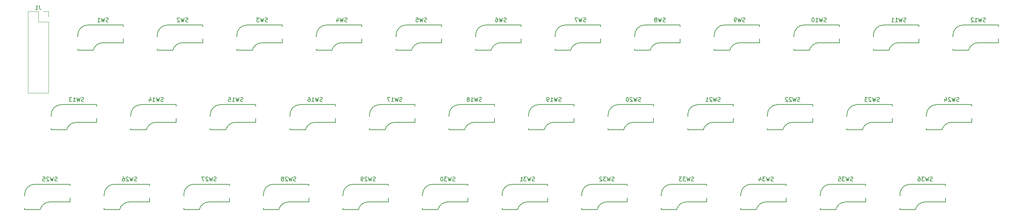
<source format=gbr>
%TF.GenerationSoftware,KiCad,Pcbnew,8.0.6*%
%TF.CreationDate,2026-02-10T22:10:33+01:00*%
%TF.ProjectId,keyboard,6b657962-6f61-4726-942e-6b696361645f,rev?*%
%TF.SameCoordinates,Original*%
%TF.FileFunction,Legend,Bot*%
%TF.FilePolarity,Positive*%
%FSLAX46Y46*%
G04 Gerber Fmt 4.6, Leading zero omitted, Abs format (unit mm)*
G04 Created by KiCad (PCBNEW 8.0.6) date 2026-02-10 22:10:33*
%MOMM*%
%LPD*%
G01*
G04 APERTURE LIST*
%ADD10C,0.150000*%
%ADD11C,0.120000*%
G04 APERTURE END LIST*
D10*
X151833332Y-36652200D02*
X151690475Y-36699819D01*
X151690475Y-36699819D02*
X151452380Y-36699819D01*
X151452380Y-36699819D02*
X151357142Y-36652200D01*
X151357142Y-36652200D02*
X151309523Y-36604580D01*
X151309523Y-36604580D02*
X151261904Y-36509342D01*
X151261904Y-36509342D02*
X151261904Y-36414104D01*
X151261904Y-36414104D02*
X151309523Y-36318866D01*
X151309523Y-36318866D02*
X151357142Y-36271247D01*
X151357142Y-36271247D02*
X151452380Y-36223628D01*
X151452380Y-36223628D02*
X151642856Y-36176009D01*
X151642856Y-36176009D02*
X151738094Y-36128390D01*
X151738094Y-36128390D02*
X151785713Y-36080771D01*
X151785713Y-36080771D02*
X151833332Y-35985533D01*
X151833332Y-35985533D02*
X151833332Y-35890295D01*
X151833332Y-35890295D02*
X151785713Y-35795057D01*
X151785713Y-35795057D02*
X151738094Y-35747438D01*
X151738094Y-35747438D02*
X151642856Y-35699819D01*
X151642856Y-35699819D02*
X151404761Y-35699819D01*
X151404761Y-35699819D02*
X151261904Y-35747438D01*
X150928570Y-35699819D02*
X150690475Y-36699819D01*
X150690475Y-36699819D02*
X150499999Y-35985533D01*
X150499999Y-35985533D02*
X150309523Y-36699819D01*
X150309523Y-36699819D02*
X150071428Y-35699819D01*
X149261904Y-35699819D02*
X149452380Y-35699819D01*
X149452380Y-35699819D02*
X149547618Y-35747438D01*
X149547618Y-35747438D02*
X149595237Y-35795057D01*
X149595237Y-35795057D02*
X149690475Y-35937914D01*
X149690475Y-35937914D02*
X149738094Y-36128390D01*
X149738094Y-36128390D02*
X149738094Y-36509342D01*
X149738094Y-36509342D02*
X149690475Y-36604580D01*
X149690475Y-36604580D02*
X149642856Y-36652200D01*
X149642856Y-36652200D02*
X149547618Y-36699819D01*
X149547618Y-36699819D02*
X149357142Y-36699819D01*
X149357142Y-36699819D02*
X149261904Y-36652200D01*
X149261904Y-36652200D02*
X149214285Y-36604580D01*
X149214285Y-36604580D02*
X149166666Y-36509342D01*
X149166666Y-36509342D02*
X149166666Y-36271247D01*
X149166666Y-36271247D02*
X149214285Y-36176009D01*
X149214285Y-36176009D02*
X149261904Y-36128390D01*
X149261904Y-36128390D02*
X149357142Y-36080771D01*
X149357142Y-36080771D02*
X149547618Y-36080771D01*
X149547618Y-36080771D02*
X149642856Y-36128390D01*
X149642856Y-36128390D02*
X149690475Y-36176009D01*
X149690475Y-36176009D02*
X149738094Y-36271247D01*
X118976190Y-76652200D02*
X118833333Y-76699819D01*
X118833333Y-76699819D02*
X118595238Y-76699819D01*
X118595238Y-76699819D02*
X118500000Y-76652200D01*
X118500000Y-76652200D02*
X118452381Y-76604580D01*
X118452381Y-76604580D02*
X118404762Y-76509342D01*
X118404762Y-76509342D02*
X118404762Y-76414104D01*
X118404762Y-76414104D02*
X118452381Y-76318866D01*
X118452381Y-76318866D02*
X118500000Y-76271247D01*
X118500000Y-76271247D02*
X118595238Y-76223628D01*
X118595238Y-76223628D02*
X118785714Y-76176009D01*
X118785714Y-76176009D02*
X118880952Y-76128390D01*
X118880952Y-76128390D02*
X118928571Y-76080771D01*
X118928571Y-76080771D02*
X118976190Y-75985533D01*
X118976190Y-75985533D02*
X118976190Y-75890295D01*
X118976190Y-75890295D02*
X118928571Y-75795057D01*
X118928571Y-75795057D02*
X118880952Y-75747438D01*
X118880952Y-75747438D02*
X118785714Y-75699819D01*
X118785714Y-75699819D02*
X118547619Y-75699819D01*
X118547619Y-75699819D02*
X118404762Y-75747438D01*
X118071428Y-75699819D02*
X117833333Y-76699819D01*
X117833333Y-76699819D02*
X117642857Y-75985533D01*
X117642857Y-75985533D02*
X117452381Y-76699819D01*
X117452381Y-76699819D02*
X117214286Y-75699819D01*
X116880952Y-75795057D02*
X116833333Y-75747438D01*
X116833333Y-75747438D02*
X116738095Y-75699819D01*
X116738095Y-75699819D02*
X116500000Y-75699819D01*
X116500000Y-75699819D02*
X116404762Y-75747438D01*
X116404762Y-75747438D02*
X116357143Y-75795057D01*
X116357143Y-75795057D02*
X116309524Y-75890295D01*
X116309524Y-75890295D02*
X116309524Y-75985533D01*
X116309524Y-75985533D02*
X116357143Y-76128390D01*
X116357143Y-76128390D02*
X116928571Y-76699819D01*
X116928571Y-76699819D02*
X116309524Y-76699819D01*
X115833333Y-76699819D02*
X115642857Y-76699819D01*
X115642857Y-76699819D02*
X115547619Y-76652200D01*
X115547619Y-76652200D02*
X115500000Y-76604580D01*
X115500000Y-76604580D02*
X115404762Y-76461723D01*
X115404762Y-76461723D02*
X115357143Y-76271247D01*
X115357143Y-76271247D02*
X115357143Y-75890295D01*
X115357143Y-75890295D02*
X115404762Y-75795057D01*
X115404762Y-75795057D02*
X115452381Y-75747438D01*
X115452381Y-75747438D02*
X115547619Y-75699819D01*
X115547619Y-75699819D02*
X115738095Y-75699819D01*
X115738095Y-75699819D02*
X115833333Y-75747438D01*
X115833333Y-75747438D02*
X115880952Y-75795057D01*
X115880952Y-75795057D02*
X115928571Y-75890295D01*
X115928571Y-75890295D02*
X115928571Y-76128390D01*
X115928571Y-76128390D02*
X115880952Y-76223628D01*
X115880952Y-76223628D02*
X115833333Y-76271247D01*
X115833333Y-76271247D02*
X115738095Y-76318866D01*
X115738095Y-76318866D02*
X115547619Y-76318866D01*
X115547619Y-76318866D02*
X115452381Y-76271247D01*
X115452381Y-76271247D02*
X115404762Y-76223628D01*
X115404762Y-76223628D02*
X115357143Y-76128390D01*
X238976190Y-76652200D02*
X238833333Y-76699819D01*
X238833333Y-76699819D02*
X238595238Y-76699819D01*
X238595238Y-76699819D02*
X238500000Y-76652200D01*
X238500000Y-76652200D02*
X238452381Y-76604580D01*
X238452381Y-76604580D02*
X238404762Y-76509342D01*
X238404762Y-76509342D02*
X238404762Y-76414104D01*
X238404762Y-76414104D02*
X238452381Y-76318866D01*
X238452381Y-76318866D02*
X238500000Y-76271247D01*
X238500000Y-76271247D02*
X238595238Y-76223628D01*
X238595238Y-76223628D02*
X238785714Y-76176009D01*
X238785714Y-76176009D02*
X238880952Y-76128390D01*
X238880952Y-76128390D02*
X238928571Y-76080771D01*
X238928571Y-76080771D02*
X238976190Y-75985533D01*
X238976190Y-75985533D02*
X238976190Y-75890295D01*
X238976190Y-75890295D02*
X238928571Y-75795057D01*
X238928571Y-75795057D02*
X238880952Y-75747438D01*
X238880952Y-75747438D02*
X238785714Y-75699819D01*
X238785714Y-75699819D02*
X238547619Y-75699819D01*
X238547619Y-75699819D02*
X238404762Y-75747438D01*
X238071428Y-75699819D02*
X237833333Y-76699819D01*
X237833333Y-76699819D02*
X237642857Y-75985533D01*
X237642857Y-75985533D02*
X237452381Y-76699819D01*
X237452381Y-76699819D02*
X237214286Y-75699819D01*
X236928571Y-75699819D02*
X236309524Y-75699819D01*
X236309524Y-75699819D02*
X236642857Y-76080771D01*
X236642857Y-76080771D02*
X236500000Y-76080771D01*
X236500000Y-76080771D02*
X236404762Y-76128390D01*
X236404762Y-76128390D02*
X236357143Y-76176009D01*
X236357143Y-76176009D02*
X236309524Y-76271247D01*
X236309524Y-76271247D02*
X236309524Y-76509342D01*
X236309524Y-76509342D02*
X236357143Y-76604580D01*
X236357143Y-76604580D02*
X236404762Y-76652200D01*
X236404762Y-76652200D02*
X236500000Y-76699819D01*
X236500000Y-76699819D02*
X236785714Y-76699819D01*
X236785714Y-76699819D02*
X236880952Y-76652200D01*
X236880952Y-76652200D02*
X236928571Y-76604580D01*
X235404762Y-75699819D02*
X235880952Y-75699819D01*
X235880952Y-75699819D02*
X235928571Y-76176009D01*
X235928571Y-76176009D02*
X235880952Y-76128390D01*
X235880952Y-76128390D02*
X235785714Y-76080771D01*
X235785714Y-76080771D02*
X235547619Y-76080771D01*
X235547619Y-76080771D02*
X235452381Y-76128390D01*
X235452381Y-76128390D02*
X235404762Y-76176009D01*
X235404762Y-76176009D02*
X235357143Y-76271247D01*
X235357143Y-76271247D02*
X235357143Y-76509342D01*
X235357143Y-76509342D02*
X235404762Y-76604580D01*
X235404762Y-76604580D02*
X235452381Y-76652200D01*
X235452381Y-76652200D02*
X235547619Y-76699819D01*
X235547619Y-76699819D02*
X235785714Y-76699819D01*
X235785714Y-76699819D02*
X235880952Y-76652200D01*
X235880952Y-76652200D02*
X235928571Y-76604580D01*
X111833332Y-36652200D02*
X111690475Y-36699819D01*
X111690475Y-36699819D02*
X111452380Y-36699819D01*
X111452380Y-36699819D02*
X111357142Y-36652200D01*
X111357142Y-36652200D02*
X111309523Y-36604580D01*
X111309523Y-36604580D02*
X111261904Y-36509342D01*
X111261904Y-36509342D02*
X111261904Y-36414104D01*
X111261904Y-36414104D02*
X111309523Y-36318866D01*
X111309523Y-36318866D02*
X111357142Y-36271247D01*
X111357142Y-36271247D02*
X111452380Y-36223628D01*
X111452380Y-36223628D02*
X111642856Y-36176009D01*
X111642856Y-36176009D02*
X111738094Y-36128390D01*
X111738094Y-36128390D02*
X111785713Y-36080771D01*
X111785713Y-36080771D02*
X111833332Y-35985533D01*
X111833332Y-35985533D02*
X111833332Y-35890295D01*
X111833332Y-35890295D02*
X111785713Y-35795057D01*
X111785713Y-35795057D02*
X111738094Y-35747438D01*
X111738094Y-35747438D02*
X111642856Y-35699819D01*
X111642856Y-35699819D02*
X111404761Y-35699819D01*
X111404761Y-35699819D02*
X111261904Y-35747438D01*
X110928570Y-35699819D02*
X110690475Y-36699819D01*
X110690475Y-36699819D02*
X110499999Y-35985533D01*
X110499999Y-35985533D02*
X110309523Y-36699819D01*
X110309523Y-36699819D02*
X110071428Y-35699819D01*
X109261904Y-36033152D02*
X109261904Y-36699819D01*
X109499999Y-35652200D02*
X109738094Y-36366485D01*
X109738094Y-36366485D02*
X109119047Y-36366485D01*
X45642856Y-56652200D02*
X45499999Y-56699819D01*
X45499999Y-56699819D02*
X45261904Y-56699819D01*
X45261904Y-56699819D02*
X45166666Y-56652200D01*
X45166666Y-56652200D02*
X45119047Y-56604580D01*
X45119047Y-56604580D02*
X45071428Y-56509342D01*
X45071428Y-56509342D02*
X45071428Y-56414104D01*
X45071428Y-56414104D02*
X45119047Y-56318866D01*
X45119047Y-56318866D02*
X45166666Y-56271247D01*
X45166666Y-56271247D02*
X45261904Y-56223628D01*
X45261904Y-56223628D02*
X45452380Y-56176009D01*
X45452380Y-56176009D02*
X45547618Y-56128390D01*
X45547618Y-56128390D02*
X45595237Y-56080771D01*
X45595237Y-56080771D02*
X45642856Y-55985533D01*
X45642856Y-55985533D02*
X45642856Y-55890295D01*
X45642856Y-55890295D02*
X45595237Y-55795057D01*
X45595237Y-55795057D02*
X45547618Y-55747438D01*
X45547618Y-55747438D02*
X45452380Y-55699819D01*
X45452380Y-55699819D02*
X45214285Y-55699819D01*
X45214285Y-55699819D02*
X45071428Y-55747438D01*
X44738094Y-55699819D02*
X44499999Y-56699819D01*
X44499999Y-56699819D02*
X44309523Y-55985533D01*
X44309523Y-55985533D02*
X44119047Y-56699819D01*
X44119047Y-56699819D02*
X43880952Y-55699819D01*
X42976190Y-56699819D02*
X43547618Y-56699819D01*
X43261904Y-56699819D02*
X43261904Y-55699819D01*
X43261904Y-55699819D02*
X43357142Y-55842676D01*
X43357142Y-55842676D02*
X43452380Y-55937914D01*
X43452380Y-55937914D02*
X43547618Y-55985533D01*
X42642856Y-55699819D02*
X42023809Y-55699819D01*
X42023809Y-55699819D02*
X42357142Y-56080771D01*
X42357142Y-56080771D02*
X42214285Y-56080771D01*
X42214285Y-56080771D02*
X42119047Y-56128390D01*
X42119047Y-56128390D02*
X42071428Y-56176009D01*
X42071428Y-56176009D02*
X42023809Y-56271247D01*
X42023809Y-56271247D02*
X42023809Y-56509342D01*
X42023809Y-56509342D02*
X42071428Y-56604580D01*
X42071428Y-56604580D02*
X42119047Y-56652200D01*
X42119047Y-56652200D02*
X42214285Y-56699819D01*
X42214285Y-56699819D02*
X42499999Y-56699819D01*
X42499999Y-56699819D02*
X42595237Y-56652200D01*
X42595237Y-56652200D02*
X42642856Y-56604580D01*
X51833332Y-36652200D02*
X51690475Y-36699819D01*
X51690475Y-36699819D02*
X51452380Y-36699819D01*
X51452380Y-36699819D02*
X51357142Y-36652200D01*
X51357142Y-36652200D02*
X51309523Y-36604580D01*
X51309523Y-36604580D02*
X51261904Y-36509342D01*
X51261904Y-36509342D02*
X51261904Y-36414104D01*
X51261904Y-36414104D02*
X51309523Y-36318866D01*
X51309523Y-36318866D02*
X51357142Y-36271247D01*
X51357142Y-36271247D02*
X51452380Y-36223628D01*
X51452380Y-36223628D02*
X51642856Y-36176009D01*
X51642856Y-36176009D02*
X51738094Y-36128390D01*
X51738094Y-36128390D02*
X51785713Y-36080771D01*
X51785713Y-36080771D02*
X51833332Y-35985533D01*
X51833332Y-35985533D02*
X51833332Y-35890295D01*
X51833332Y-35890295D02*
X51785713Y-35795057D01*
X51785713Y-35795057D02*
X51738094Y-35747438D01*
X51738094Y-35747438D02*
X51642856Y-35699819D01*
X51642856Y-35699819D02*
X51404761Y-35699819D01*
X51404761Y-35699819D02*
X51261904Y-35747438D01*
X50928570Y-35699819D02*
X50690475Y-36699819D01*
X50690475Y-36699819D02*
X50499999Y-35985533D01*
X50499999Y-35985533D02*
X50309523Y-36699819D01*
X50309523Y-36699819D02*
X50071428Y-35699819D01*
X49166666Y-36699819D02*
X49738094Y-36699819D01*
X49452380Y-36699819D02*
X49452380Y-35699819D01*
X49452380Y-35699819D02*
X49547618Y-35842676D01*
X49547618Y-35842676D02*
X49642856Y-35937914D01*
X49642856Y-35937914D02*
X49738094Y-35985533D01*
X185642856Y-56652200D02*
X185499999Y-56699819D01*
X185499999Y-56699819D02*
X185261904Y-56699819D01*
X185261904Y-56699819D02*
X185166666Y-56652200D01*
X185166666Y-56652200D02*
X185119047Y-56604580D01*
X185119047Y-56604580D02*
X185071428Y-56509342D01*
X185071428Y-56509342D02*
X185071428Y-56414104D01*
X185071428Y-56414104D02*
X185119047Y-56318866D01*
X185119047Y-56318866D02*
X185166666Y-56271247D01*
X185166666Y-56271247D02*
X185261904Y-56223628D01*
X185261904Y-56223628D02*
X185452380Y-56176009D01*
X185452380Y-56176009D02*
X185547618Y-56128390D01*
X185547618Y-56128390D02*
X185595237Y-56080771D01*
X185595237Y-56080771D02*
X185642856Y-55985533D01*
X185642856Y-55985533D02*
X185642856Y-55890295D01*
X185642856Y-55890295D02*
X185595237Y-55795057D01*
X185595237Y-55795057D02*
X185547618Y-55747438D01*
X185547618Y-55747438D02*
X185452380Y-55699819D01*
X185452380Y-55699819D02*
X185214285Y-55699819D01*
X185214285Y-55699819D02*
X185071428Y-55747438D01*
X184738094Y-55699819D02*
X184499999Y-56699819D01*
X184499999Y-56699819D02*
X184309523Y-55985533D01*
X184309523Y-55985533D02*
X184119047Y-56699819D01*
X184119047Y-56699819D02*
X183880952Y-55699819D01*
X183547618Y-55795057D02*
X183499999Y-55747438D01*
X183499999Y-55747438D02*
X183404761Y-55699819D01*
X183404761Y-55699819D02*
X183166666Y-55699819D01*
X183166666Y-55699819D02*
X183071428Y-55747438D01*
X183071428Y-55747438D02*
X183023809Y-55795057D01*
X183023809Y-55795057D02*
X182976190Y-55890295D01*
X182976190Y-55890295D02*
X182976190Y-55985533D01*
X182976190Y-55985533D02*
X183023809Y-56128390D01*
X183023809Y-56128390D02*
X183595237Y-56699819D01*
X183595237Y-56699819D02*
X182976190Y-56699819D01*
X182357142Y-55699819D02*
X182261904Y-55699819D01*
X182261904Y-55699819D02*
X182166666Y-55747438D01*
X182166666Y-55747438D02*
X182119047Y-55795057D01*
X182119047Y-55795057D02*
X182071428Y-55890295D01*
X182071428Y-55890295D02*
X182023809Y-56080771D01*
X182023809Y-56080771D02*
X182023809Y-56318866D01*
X182023809Y-56318866D02*
X182071428Y-56509342D01*
X182071428Y-56509342D02*
X182119047Y-56604580D01*
X182119047Y-56604580D02*
X182166666Y-56652200D01*
X182166666Y-56652200D02*
X182261904Y-56699819D01*
X182261904Y-56699819D02*
X182357142Y-56699819D01*
X182357142Y-56699819D02*
X182452380Y-56652200D01*
X182452380Y-56652200D02*
X182499999Y-56604580D01*
X182499999Y-56604580D02*
X182547618Y-56509342D01*
X182547618Y-56509342D02*
X182595237Y-56318866D01*
X182595237Y-56318866D02*
X182595237Y-56080771D01*
X182595237Y-56080771D02*
X182547618Y-55890295D01*
X182547618Y-55890295D02*
X182499999Y-55795057D01*
X182499999Y-55795057D02*
X182452380Y-55747438D01*
X182452380Y-55747438D02*
X182357142Y-55699819D01*
X131833332Y-36652200D02*
X131690475Y-36699819D01*
X131690475Y-36699819D02*
X131452380Y-36699819D01*
X131452380Y-36699819D02*
X131357142Y-36652200D01*
X131357142Y-36652200D02*
X131309523Y-36604580D01*
X131309523Y-36604580D02*
X131261904Y-36509342D01*
X131261904Y-36509342D02*
X131261904Y-36414104D01*
X131261904Y-36414104D02*
X131309523Y-36318866D01*
X131309523Y-36318866D02*
X131357142Y-36271247D01*
X131357142Y-36271247D02*
X131452380Y-36223628D01*
X131452380Y-36223628D02*
X131642856Y-36176009D01*
X131642856Y-36176009D02*
X131738094Y-36128390D01*
X131738094Y-36128390D02*
X131785713Y-36080771D01*
X131785713Y-36080771D02*
X131833332Y-35985533D01*
X131833332Y-35985533D02*
X131833332Y-35890295D01*
X131833332Y-35890295D02*
X131785713Y-35795057D01*
X131785713Y-35795057D02*
X131738094Y-35747438D01*
X131738094Y-35747438D02*
X131642856Y-35699819D01*
X131642856Y-35699819D02*
X131404761Y-35699819D01*
X131404761Y-35699819D02*
X131261904Y-35747438D01*
X130928570Y-35699819D02*
X130690475Y-36699819D01*
X130690475Y-36699819D02*
X130499999Y-35985533D01*
X130499999Y-35985533D02*
X130309523Y-36699819D01*
X130309523Y-36699819D02*
X130071428Y-35699819D01*
X129214285Y-35699819D02*
X129690475Y-35699819D01*
X129690475Y-35699819D02*
X129738094Y-36176009D01*
X129738094Y-36176009D02*
X129690475Y-36128390D01*
X129690475Y-36128390D02*
X129595237Y-36080771D01*
X129595237Y-36080771D02*
X129357142Y-36080771D01*
X129357142Y-36080771D02*
X129261904Y-36128390D01*
X129261904Y-36128390D02*
X129214285Y-36176009D01*
X129214285Y-36176009D02*
X129166666Y-36271247D01*
X129166666Y-36271247D02*
X129166666Y-36509342D01*
X129166666Y-36509342D02*
X129214285Y-36604580D01*
X129214285Y-36604580D02*
X129261904Y-36652200D01*
X129261904Y-36652200D02*
X129357142Y-36699819D01*
X129357142Y-36699819D02*
X129595237Y-36699819D01*
X129595237Y-36699819D02*
X129690475Y-36652200D01*
X129690475Y-36652200D02*
X129738094Y-36604580D01*
X258976190Y-76652200D02*
X258833333Y-76699819D01*
X258833333Y-76699819D02*
X258595238Y-76699819D01*
X258595238Y-76699819D02*
X258500000Y-76652200D01*
X258500000Y-76652200D02*
X258452381Y-76604580D01*
X258452381Y-76604580D02*
X258404762Y-76509342D01*
X258404762Y-76509342D02*
X258404762Y-76414104D01*
X258404762Y-76414104D02*
X258452381Y-76318866D01*
X258452381Y-76318866D02*
X258500000Y-76271247D01*
X258500000Y-76271247D02*
X258595238Y-76223628D01*
X258595238Y-76223628D02*
X258785714Y-76176009D01*
X258785714Y-76176009D02*
X258880952Y-76128390D01*
X258880952Y-76128390D02*
X258928571Y-76080771D01*
X258928571Y-76080771D02*
X258976190Y-75985533D01*
X258976190Y-75985533D02*
X258976190Y-75890295D01*
X258976190Y-75890295D02*
X258928571Y-75795057D01*
X258928571Y-75795057D02*
X258880952Y-75747438D01*
X258880952Y-75747438D02*
X258785714Y-75699819D01*
X258785714Y-75699819D02*
X258547619Y-75699819D01*
X258547619Y-75699819D02*
X258404762Y-75747438D01*
X258071428Y-75699819D02*
X257833333Y-76699819D01*
X257833333Y-76699819D02*
X257642857Y-75985533D01*
X257642857Y-75985533D02*
X257452381Y-76699819D01*
X257452381Y-76699819D02*
X257214286Y-75699819D01*
X256928571Y-75699819D02*
X256309524Y-75699819D01*
X256309524Y-75699819D02*
X256642857Y-76080771D01*
X256642857Y-76080771D02*
X256500000Y-76080771D01*
X256500000Y-76080771D02*
X256404762Y-76128390D01*
X256404762Y-76128390D02*
X256357143Y-76176009D01*
X256357143Y-76176009D02*
X256309524Y-76271247D01*
X256309524Y-76271247D02*
X256309524Y-76509342D01*
X256309524Y-76509342D02*
X256357143Y-76604580D01*
X256357143Y-76604580D02*
X256404762Y-76652200D01*
X256404762Y-76652200D02*
X256500000Y-76699819D01*
X256500000Y-76699819D02*
X256785714Y-76699819D01*
X256785714Y-76699819D02*
X256880952Y-76652200D01*
X256880952Y-76652200D02*
X256928571Y-76604580D01*
X255452381Y-75699819D02*
X255642857Y-75699819D01*
X255642857Y-75699819D02*
X255738095Y-75747438D01*
X255738095Y-75747438D02*
X255785714Y-75795057D01*
X255785714Y-75795057D02*
X255880952Y-75937914D01*
X255880952Y-75937914D02*
X255928571Y-76128390D01*
X255928571Y-76128390D02*
X255928571Y-76509342D01*
X255928571Y-76509342D02*
X255880952Y-76604580D01*
X255880952Y-76604580D02*
X255833333Y-76652200D01*
X255833333Y-76652200D02*
X255738095Y-76699819D01*
X255738095Y-76699819D02*
X255547619Y-76699819D01*
X255547619Y-76699819D02*
X255452381Y-76652200D01*
X255452381Y-76652200D02*
X255404762Y-76604580D01*
X255404762Y-76604580D02*
X255357143Y-76509342D01*
X255357143Y-76509342D02*
X255357143Y-76271247D01*
X255357143Y-76271247D02*
X255404762Y-76176009D01*
X255404762Y-76176009D02*
X255452381Y-76128390D01*
X255452381Y-76128390D02*
X255547619Y-76080771D01*
X255547619Y-76080771D02*
X255738095Y-76080771D01*
X255738095Y-76080771D02*
X255833333Y-76128390D01*
X255833333Y-76128390D02*
X255880952Y-76176009D01*
X255880952Y-76176009D02*
X255928571Y-76271247D01*
X272309523Y-36652200D02*
X272166666Y-36699819D01*
X272166666Y-36699819D02*
X271928571Y-36699819D01*
X271928571Y-36699819D02*
X271833333Y-36652200D01*
X271833333Y-36652200D02*
X271785714Y-36604580D01*
X271785714Y-36604580D02*
X271738095Y-36509342D01*
X271738095Y-36509342D02*
X271738095Y-36414104D01*
X271738095Y-36414104D02*
X271785714Y-36318866D01*
X271785714Y-36318866D02*
X271833333Y-36271247D01*
X271833333Y-36271247D02*
X271928571Y-36223628D01*
X271928571Y-36223628D02*
X272119047Y-36176009D01*
X272119047Y-36176009D02*
X272214285Y-36128390D01*
X272214285Y-36128390D02*
X272261904Y-36080771D01*
X272261904Y-36080771D02*
X272309523Y-35985533D01*
X272309523Y-35985533D02*
X272309523Y-35890295D01*
X272309523Y-35890295D02*
X272261904Y-35795057D01*
X272261904Y-35795057D02*
X272214285Y-35747438D01*
X272214285Y-35747438D02*
X272119047Y-35699819D01*
X272119047Y-35699819D02*
X271880952Y-35699819D01*
X271880952Y-35699819D02*
X271738095Y-35747438D01*
X271404761Y-35699819D02*
X271166666Y-36699819D01*
X271166666Y-36699819D02*
X270976190Y-35985533D01*
X270976190Y-35985533D02*
X270785714Y-36699819D01*
X270785714Y-36699819D02*
X270547619Y-35699819D01*
X269642857Y-36699819D02*
X270214285Y-36699819D01*
X269928571Y-36699819D02*
X269928571Y-35699819D01*
X269928571Y-35699819D02*
X270023809Y-35842676D01*
X270023809Y-35842676D02*
X270119047Y-35937914D01*
X270119047Y-35937914D02*
X270214285Y-35985533D01*
X269261904Y-35795057D02*
X269214285Y-35747438D01*
X269214285Y-35747438D02*
X269119047Y-35699819D01*
X269119047Y-35699819D02*
X268880952Y-35699819D01*
X268880952Y-35699819D02*
X268785714Y-35747438D01*
X268785714Y-35747438D02*
X268738095Y-35795057D01*
X268738095Y-35795057D02*
X268690476Y-35890295D01*
X268690476Y-35890295D02*
X268690476Y-35985533D01*
X268690476Y-35985533D02*
X268738095Y-36128390D01*
X268738095Y-36128390D02*
X269309523Y-36699819D01*
X269309523Y-36699819D02*
X268690476Y-36699819D01*
X91833332Y-36652200D02*
X91690475Y-36699819D01*
X91690475Y-36699819D02*
X91452380Y-36699819D01*
X91452380Y-36699819D02*
X91357142Y-36652200D01*
X91357142Y-36652200D02*
X91309523Y-36604580D01*
X91309523Y-36604580D02*
X91261904Y-36509342D01*
X91261904Y-36509342D02*
X91261904Y-36414104D01*
X91261904Y-36414104D02*
X91309523Y-36318866D01*
X91309523Y-36318866D02*
X91357142Y-36271247D01*
X91357142Y-36271247D02*
X91452380Y-36223628D01*
X91452380Y-36223628D02*
X91642856Y-36176009D01*
X91642856Y-36176009D02*
X91738094Y-36128390D01*
X91738094Y-36128390D02*
X91785713Y-36080771D01*
X91785713Y-36080771D02*
X91833332Y-35985533D01*
X91833332Y-35985533D02*
X91833332Y-35890295D01*
X91833332Y-35890295D02*
X91785713Y-35795057D01*
X91785713Y-35795057D02*
X91738094Y-35747438D01*
X91738094Y-35747438D02*
X91642856Y-35699819D01*
X91642856Y-35699819D02*
X91404761Y-35699819D01*
X91404761Y-35699819D02*
X91261904Y-35747438D01*
X90928570Y-35699819D02*
X90690475Y-36699819D01*
X90690475Y-36699819D02*
X90499999Y-35985533D01*
X90499999Y-35985533D02*
X90309523Y-36699819D01*
X90309523Y-36699819D02*
X90071428Y-35699819D01*
X89785713Y-35699819D02*
X89166666Y-35699819D01*
X89166666Y-35699819D02*
X89499999Y-36080771D01*
X89499999Y-36080771D02*
X89357142Y-36080771D01*
X89357142Y-36080771D02*
X89261904Y-36128390D01*
X89261904Y-36128390D02*
X89214285Y-36176009D01*
X89214285Y-36176009D02*
X89166666Y-36271247D01*
X89166666Y-36271247D02*
X89166666Y-36509342D01*
X89166666Y-36509342D02*
X89214285Y-36604580D01*
X89214285Y-36604580D02*
X89261904Y-36652200D01*
X89261904Y-36652200D02*
X89357142Y-36699819D01*
X89357142Y-36699819D02*
X89642856Y-36699819D01*
X89642856Y-36699819D02*
X89738094Y-36652200D01*
X89738094Y-36652200D02*
X89785713Y-36604580D01*
X245642856Y-56652200D02*
X245499999Y-56699819D01*
X245499999Y-56699819D02*
X245261904Y-56699819D01*
X245261904Y-56699819D02*
X245166666Y-56652200D01*
X245166666Y-56652200D02*
X245119047Y-56604580D01*
X245119047Y-56604580D02*
X245071428Y-56509342D01*
X245071428Y-56509342D02*
X245071428Y-56414104D01*
X245071428Y-56414104D02*
X245119047Y-56318866D01*
X245119047Y-56318866D02*
X245166666Y-56271247D01*
X245166666Y-56271247D02*
X245261904Y-56223628D01*
X245261904Y-56223628D02*
X245452380Y-56176009D01*
X245452380Y-56176009D02*
X245547618Y-56128390D01*
X245547618Y-56128390D02*
X245595237Y-56080771D01*
X245595237Y-56080771D02*
X245642856Y-55985533D01*
X245642856Y-55985533D02*
X245642856Y-55890295D01*
X245642856Y-55890295D02*
X245595237Y-55795057D01*
X245595237Y-55795057D02*
X245547618Y-55747438D01*
X245547618Y-55747438D02*
X245452380Y-55699819D01*
X245452380Y-55699819D02*
X245214285Y-55699819D01*
X245214285Y-55699819D02*
X245071428Y-55747438D01*
X244738094Y-55699819D02*
X244499999Y-56699819D01*
X244499999Y-56699819D02*
X244309523Y-55985533D01*
X244309523Y-55985533D02*
X244119047Y-56699819D01*
X244119047Y-56699819D02*
X243880952Y-55699819D01*
X243547618Y-55795057D02*
X243499999Y-55747438D01*
X243499999Y-55747438D02*
X243404761Y-55699819D01*
X243404761Y-55699819D02*
X243166666Y-55699819D01*
X243166666Y-55699819D02*
X243071428Y-55747438D01*
X243071428Y-55747438D02*
X243023809Y-55795057D01*
X243023809Y-55795057D02*
X242976190Y-55890295D01*
X242976190Y-55890295D02*
X242976190Y-55985533D01*
X242976190Y-55985533D02*
X243023809Y-56128390D01*
X243023809Y-56128390D02*
X243595237Y-56699819D01*
X243595237Y-56699819D02*
X242976190Y-56699819D01*
X242642856Y-55699819D02*
X242023809Y-55699819D01*
X242023809Y-55699819D02*
X242357142Y-56080771D01*
X242357142Y-56080771D02*
X242214285Y-56080771D01*
X242214285Y-56080771D02*
X242119047Y-56128390D01*
X242119047Y-56128390D02*
X242071428Y-56176009D01*
X242071428Y-56176009D02*
X242023809Y-56271247D01*
X242023809Y-56271247D02*
X242023809Y-56509342D01*
X242023809Y-56509342D02*
X242071428Y-56604580D01*
X242071428Y-56604580D02*
X242119047Y-56652200D01*
X242119047Y-56652200D02*
X242214285Y-56699819D01*
X242214285Y-56699819D02*
X242499999Y-56699819D01*
X242499999Y-56699819D02*
X242595237Y-56652200D01*
X242595237Y-56652200D02*
X242642856Y-56604580D01*
X125642856Y-56652200D02*
X125499999Y-56699819D01*
X125499999Y-56699819D02*
X125261904Y-56699819D01*
X125261904Y-56699819D02*
X125166666Y-56652200D01*
X125166666Y-56652200D02*
X125119047Y-56604580D01*
X125119047Y-56604580D02*
X125071428Y-56509342D01*
X125071428Y-56509342D02*
X125071428Y-56414104D01*
X125071428Y-56414104D02*
X125119047Y-56318866D01*
X125119047Y-56318866D02*
X125166666Y-56271247D01*
X125166666Y-56271247D02*
X125261904Y-56223628D01*
X125261904Y-56223628D02*
X125452380Y-56176009D01*
X125452380Y-56176009D02*
X125547618Y-56128390D01*
X125547618Y-56128390D02*
X125595237Y-56080771D01*
X125595237Y-56080771D02*
X125642856Y-55985533D01*
X125642856Y-55985533D02*
X125642856Y-55890295D01*
X125642856Y-55890295D02*
X125595237Y-55795057D01*
X125595237Y-55795057D02*
X125547618Y-55747438D01*
X125547618Y-55747438D02*
X125452380Y-55699819D01*
X125452380Y-55699819D02*
X125214285Y-55699819D01*
X125214285Y-55699819D02*
X125071428Y-55747438D01*
X124738094Y-55699819D02*
X124499999Y-56699819D01*
X124499999Y-56699819D02*
X124309523Y-55985533D01*
X124309523Y-55985533D02*
X124119047Y-56699819D01*
X124119047Y-56699819D02*
X123880952Y-55699819D01*
X122976190Y-56699819D02*
X123547618Y-56699819D01*
X123261904Y-56699819D02*
X123261904Y-55699819D01*
X123261904Y-55699819D02*
X123357142Y-55842676D01*
X123357142Y-55842676D02*
X123452380Y-55937914D01*
X123452380Y-55937914D02*
X123547618Y-55985533D01*
X122642856Y-55699819D02*
X121976190Y-55699819D01*
X121976190Y-55699819D02*
X122404761Y-56699819D01*
X198976190Y-76652200D02*
X198833333Y-76699819D01*
X198833333Y-76699819D02*
X198595238Y-76699819D01*
X198595238Y-76699819D02*
X198500000Y-76652200D01*
X198500000Y-76652200D02*
X198452381Y-76604580D01*
X198452381Y-76604580D02*
X198404762Y-76509342D01*
X198404762Y-76509342D02*
X198404762Y-76414104D01*
X198404762Y-76414104D02*
X198452381Y-76318866D01*
X198452381Y-76318866D02*
X198500000Y-76271247D01*
X198500000Y-76271247D02*
X198595238Y-76223628D01*
X198595238Y-76223628D02*
X198785714Y-76176009D01*
X198785714Y-76176009D02*
X198880952Y-76128390D01*
X198880952Y-76128390D02*
X198928571Y-76080771D01*
X198928571Y-76080771D02*
X198976190Y-75985533D01*
X198976190Y-75985533D02*
X198976190Y-75890295D01*
X198976190Y-75890295D02*
X198928571Y-75795057D01*
X198928571Y-75795057D02*
X198880952Y-75747438D01*
X198880952Y-75747438D02*
X198785714Y-75699819D01*
X198785714Y-75699819D02*
X198547619Y-75699819D01*
X198547619Y-75699819D02*
X198404762Y-75747438D01*
X198071428Y-75699819D02*
X197833333Y-76699819D01*
X197833333Y-76699819D02*
X197642857Y-75985533D01*
X197642857Y-75985533D02*
X197452381Y-76699819D01*
X197452381Y-76699819D02*
X197214286Y-75699819D01*
X196928571Y-75699819D02*
X196309524Y-75699819D01*
X196309524Y-75699819D02*
X196642857Y-76080771D01*
X196642857Y-76080771D02*
X196500000Y-76080771D01*
X196500000Y-76080771D02*
X196404762Y-76128390D01*
X196404762Y-76128390D02*
X196357143Y-76176009D01*
X196357143Y-76176009D02*
X196309524Y-76271247D01*
X196309524Y-76271247D02*
X196309524Y-76509342D01*
X196309524Y-76509342D02*
X196357143Y-76604580D01*
X196357143Y-76604580D02*
X196404762Y-76652200D01*
X196404762Y-76652200D02*
X196500000Y-76699819D01*
X196500000Y-76699819D02*
X196785714Y-76699819D01*
X196785714Y-76699819D02*
X196880952Y-76652200D01*
X196880952Y-76652200D02*
X196928571Y-76604580D01*
X195976190Y-75699819D02*
X195357143Y-75699819D01*
X195357143Y-75699819D02*
X195690476Y-76080771D01*
X195690476Y-76080771D02*
X195547619Y-76080771D01*
X195547619Y-76080771D02*
X195452381Y-76128390D01*
X195452381Y-76128390D02*
X195404762Y-76176009D01*
X195404762Y-76176009D02*
X195357143Y-76271247D01*
X195357143Y-76271247D02*
X195357143Y-76509342D01*
X195357143Y-76509342D02*
X195404762Y-76604580D01*
X195404762Y-76604580D02*
X195452381Y-76652200D01*
X195452381Y-76652200D02*
X195547619Y-76699819D01*
X195547619Y-76699819D02*
X195833333Y-76699819D01*
X195833333Y-76699819D02*
X195928571Y-76652200D01*
X195928571Y-76652200D02*
X195976190Y-76604580D01*
X145642856Y-56652200D02*
X145499999Y-56699819D01*
X145499999Y-56699819D02*
X145261904Y-56699819D01*
X145261904Y-56699819D02*
X145166666Y-56652200D01*
X145166666Y-56652200D02*
X145119047Y-56604580D01*
X145119047Y-56604580D02*
X145071428Y-56509342D01*
X145071428Y-56509342D02*
X145071428Y-56414104D01*
X145071428Y-56414104D02*
X145119047Y-56318866D01*
X145119047Y-56318866D02*
X145166666Y-56271247D01*
X145166666Y-56271247D02*
X145261904Y-56223628D01*
X145261904Y-56223628D02*
X145452380Y-56176009D01*
X145452380Y-56176009D02*
X145547618Y-56128390D01*
X145547618Y-56128390D02*
X145595237Y-56080771D01*
X145595237Y-56080771D02*
X145642856Y-55985533D01*
X145642856Y-55985533D02*
X145642856Y-55890295D01*
X145642856Y-55890295D02*
X145595237Y-55795057D01*
X145595237Y-55795057D02*
X145547618Y-55747438D01*
X145547618Y-55747438D02*
X145452380Y-55699819D01*
X145452380Y-55699819D02*
X145214285Y-55699819D01*
X145214285Y-55699819D02*
X145071428Y-55747438D01*
X144738094Y-55699819D02*
X144499999Y-56699819D01*
X144499999Y-56699819D02*
X144309523Y-55985533D01*
X144309523Y-55985533D02*
X144119047Y-56699819D01*
X144119047Y-56699819D02*
X143880952Y-55699819D01*
X142976190Y-56699819D02*
X143547618Y-56699819D01*
X143261904Y-56699819D02*
X143261904Y-55699819D01*
X143261904Y-55699819D02*
X143357142Y-55842676D01*
X143357142Y-55842676D02*
X143452380Y-55937914D01*
X143452380Y-55937914D02*
X143547618Y-55985533D01*
X142404761Y-56128390D02*
X142499999Y-56080771D01*
X142499999Y-56080771D02*
X142547618Y-56033152D01*
X142547618Y-56033152D02*
X142595237Y-55937914D01*
X142595237Y-55937914D02*
X142595237Y-55890295D01*
X142595237Y-55890295D02*
X142547618Y-55795057D01*
X142547618Y-55795057D02*
X142499999Y-55747438D01*
X142499999Y-55747438D02*
X142404761Y-55699819D01*
X142404761Y-55699819D02*
X142214285Y-55699819D01*
X142214285Y-55699819D02*
X142119047Y-55747438D01*
X142119047Y-55747438D02*
X142071428Y-55795057D01*
X142071428Y-55795057D02*
X142023809Y-55890295D01*
X142023809Y-55890295D02*
X142023809Y-55937914D01*
X142023809Y-55937914D02*
X142071428Y-56033152D01*
X142071428Y-56033152D02*
X142119047Y-56080771D01*
X142119047Y-56080771D02*
X142214285Y-56128390D01*
X142214285Y-56128390D02*
X142404761Y-56128390D01*
X142404761Y-56128390D02*
X142499999Y-56176009D01*
X142499999Y-56176009D02*
X142547618Y-56223628D01*
X142547618Y-56223628D02*
X142595237Y-56318866D01*
X142595237Y-56318866D02*
X142595237Y-56509342D01*
X142595237Y-56509342D02*
X142547618Y-56604580D01*
X142547618Y-56604580D02*
X142499999Y-56652200D01*
X142499999Y-56652200D02*
X142404761Y-56699819D01*
X142404761Y-56699819D02*
X142214285Y-56699819D01*
X142214285Y-56699819D02*
X142119047Y-56652200D01*
X142119047Y-56652200D02*
X142071428Y-56604580D01*
X142071428Y-56604580D02*
X142023809Y-56509342D01*
X142023809Y-56509342D02*
X142023809Y-56318866D01*
X142023809Y-56318866D02*
X142071428Y-56223628D01*
X142071428Y-56223628D02*
X142119047Y-56176009D01*
X142119047Y-56176009D02*
X142214285Y-56128390D01*
X218976190Y-76652200D02*
X218833333Y-76699819D01*
X218833333Y-76699819D02*
X218595238Y-76699819D01*
X218595238Y-76699819D02*
X218500000Y-76652200D01*
X218500000Y-76652200D02*
X218452381Y-76604580D01*
X218452381Y-76604580D02*
X218404762Y-76509342D01*
X218404762Y-76509342D02*
X218404762Y-76414104D01*
X218404762Y-76414104D02*
X218452381Y-76318866D01*
X218452381Y-76318866D02*
X218500000Y-76271247D01*
X218500000Y-76271247D02*
X218595238Y-76223628D01*
X218595238Y-76223628D02*
X218785714Y-76176009D01*
X218785714Y-76176009D02*
X218880952Y-76128390D01*
X218880952Y-76128390D02*
X218928571Y-76080771D01*
X218928571Y-76080771D02*
X218976190Y-75985533D01*
X218976190Y-75985533D02*
X218976190Y-75890295D01*
X218976190Y-75890295D02*
X218928571Y-75795057D01*
X218928571Y-75795057D02*
X218880952Y-75747438D01*
X218880952Y-75747438D02*
X218785714Y-75699819D01*
X218785714Y-75699819D02*
X218547619Y-75699819D01*
X218547619Y-75699819D02*
X218404762Y-75747438D01*
X218071428Y-75699819D02*
X217833333Y-76699819D01*
X217833333Y-76699819D02*
X217642857Y-75985533D01*
X217642857Y-75985533D02*
X217452381Y-76699819D01*
X217452381Y-76699819D02*
X217214286Y-75699819D01*
X216928571Y-75699819D02*
X216309524Y-75699819D01*
X216309524Y-75699819D02*
X216642857Y-76080771D01*
X216642857Y-76080771D02*
X216500000Y-76080771D01*
X216500000Y-76080771D02*
X216404762Y-76128390D01*
X216404762Y-76128390D02*
X216357143Y-76176009D01*
X216357143Y-76176009D02*
X216309524Y-76271247D01*
X216309524Y-76271247D02*
X216309524Y-76509342D01*
X216309524Y-76509342D02*
X216357143Y-76604580D01*
X216357143Y-76604580D02*
X216404762Y-76652200D01*
X216404762Y-76652200D02*
X216500000Y-76699819D01*
X216500000Y-76699819D02*
X216785714Y-76699819D01*
X216785714Y-76699819D02*
X216880952Y-76652200D01*
X216880952Y-76652200D02*
X216928571Y-76604580D01*
X215452381Y-76033152D02*
X215452381Y-76699819D01*
X215690476Y-75652200D02*
X215928571Y-76366485D01*
X215928571Y-76366485D02*
X215309524Y-76366485D01*
X58976190Y-76652200D02*
X58833333Y-76699819D01*
X58833333Y-76699819D02*
X58595238Y-76699819D01*
X58595238Y-76699819D02*
X58500000Y-76652200D01*
X58500000Y-76652200D02*
X58452381Y-76604580D01*
X58452381Y-76604580D02*
X58404762Y-76509342D01*
X58404762Y-76509342D02*
X58404762Y-76414104D01*
X58404762Y-76414104D02*
X58452381Y-76318866D01*
X58452381Y-76318866D02*
X58500000Y-76271247D01*
X58500000Y-76271247D02*
X58595238Y-76223628D01*
X58595238Y-76223628D02*
X58785714Y-76176009D01*
X58785714Y-76176009D02*
X58880952Y-76128390D01*
X58880952Y-76128390D02*
X58928571Y-76080771D01*
X58928571Y-76080771D02*
X58976190Y-75985533D01*
X58976190Y-75985533D02*
X58976190Y-75890295D01*
X58976190Y-75890295D02*
X58928571Y-75795057D01*
X58928571Y-75795057D02*
X58880952Y-75747438D01*
X58880952Y-75747438D02*
X58785714Y-75699819D01*
X58785714Y-75699819D02*
X58547619Y-75699819D01*
X58547619Y-75699819D02*
X58404762Y-75747438D01*
X58071428Y-75699819D02*
X57833333Y-76699819D01*
X57833333Y-76699819D02*
X57642857Y-75985533D01*
X57642857Y-75985533D02*
X57452381Y-76699819D01*
X57452381Y-76699819D02*
X57214286Y-75699819D01*
X56880952Y-75795057D02*
X56833333Y-75747438D01*
X56833333Y-75747438D02*
X56738095Y-75699819D01*
X56738095Y-75699819D02*
X56500000Y-75699819D01*
X56500000Y-75699819D02*
X56404762Y-75747438D01*
X56404762Y-75747438D02*
X56357143Y-75795057D01*
X56357143Y-75795057D02*
X56309524Y-75890295D01*
X56309524Y-75890295D02*
X56309524Y-75985533D01*
X56309524Y-75985533D02*
X56357143Y-76128390D01*
X56357143Y-76128390D02*
X56928571Y-76699819D01*
X56928571Y-76699819D02*
X56309524Y-76699819D01*
X55452381Y-75699819D02*
X55642857Y-75699819D01*
X55642857Y-75699819D02*
X55738095Y-75747438D01*
X55738095Y-75747438D02*
X55785714Y-75795057D01*
X55785714Y-75795057D02*
X55880952Y-75937914D01*
X55880952Y-75937914D02*
X55928571Y-76128390D01*
X55928571Y-76128390D02*
X55928571Y-76509342D01*
X55928571Y-76509342D02*
X55880952Y-76604580D01*
X55880952Y-76604580D02*
X55833333Y-76652200D01*
X55833333Y-76652200D02*
X55738095Y-76699819D01*
X55738095Y-76699819D02*
X55547619Y-76699819D01*
X55547619Y-76699819D02*
X55452381Y-76652200D01*
X55452381Y-76652200D02*
X55404762Y-76604580D01*
X55404762Y-76604580D02*
X55357143Y-76509342D01*
X55357143Y-76509342D02*
X55357143Y-76271247D01*
X55357143Y-76271247D02*
X55404762Y-76176009D01*
X55404762Y-76176009D02*
X55452381Y-76128390D01*
X55452381Y-76128390D02*
X55547619Y-76080771D01*
X55547619Y-76080771D02*
X55738095Y-76080771D01*
X55738095Y-76080771D02*
X55833333Y-76128390D01*
X55833333Y-76128390D02*
X55880952Y-76176009D01*
X55880952Y-76176009D02*
X55928571Y-76271247D01*
X265642856Y-56652200D02*
X265499999Y-56699819D01*
X265499999Y-56699819D02*
X265261904Y-56699819D01*
X265261904Y-56699819D02*
X265166666Y-56652200D01*
X265166666Y-56652200D02*
X265119047Y-56604580D01*
X265119047Y-56604580D02*
X265071428Y-56509342D01*
X265071428Y-56509342D02*
X265071428Y-56414104D01*
X265071428Y-56414104D02*
X265119047Y-56318866D01*
X265119047Y-56318866D02*
X265166666Y-56271247D01*
X265166666Y-56271247D02*
X265261904Y-56223628D01*
X265261904Y-56223628D02*
X265452380Y-56176009D01*
X265452380Y-56176009D02*
X265547618Y-56128390D01*
X265547618Y-56128390D02*
X265595237Y-56080771D01*
X265595237Y-56080771D02*
X265642856Y-55985533D01*
X265642856Y-55985533D02*
X265642856Y-55890295D01*
X265642856Y-55890295D02*
X265595237Y-55795057D01*
X265595237Y-55795057D02*
X265547618Y-55747438D01*
X265547618Y-55747438D02*
X265452380Y-55699819D01*
X265452380Y-55699819D02*
X265214285Y-55699819D01*
X265214285Y-55699819D02*
X265071428Y-55747438D01*
X264738094Y-55699819D02*
X264499999Y-56699819D01*
X264499999Y-56699819D02*
X264309523Y-55985533D01*
X264309523Y-55985533D02*
X264119047Y-56699819D01*
X264119047Y-56699819D02*
X263880952Y-55699819D01*
X263547618Y-55795057D02*
X263499999Y-55747438D01*
X263499999Y-55747438D02*
X263404761Y-55699819D01*
X263404761Y-55699819D02*
X263166666Y-55699819D01*
X263166666Y-55699819D02*
X263071428Y-55747438D01*
X263071428Y-55747438D02*
X263023809Y-55795057D01*
X263023809Y-55795057D02*
X262976190Y-55890295D01*
X262976190Y-55890295D02*
X262976190Y-55985533D01*
X262976190Y-55985533D02*
X263023809Y-56128390D01*
X263023809Y-56128390D02*
X263595237Y-56699819D01*
X263595237Y-56699819D02*
X262976190Y-56699819D01*
X262119047Y-56033152D02*
X262119047Y-56699819D01*
X262357142Y-55652200D02*
X262595237Y-56366485D01*
X262595237Y-56366485D02*
X261976190Y-56366485D01*
X205642856Y-56652200D02*
X205499999Y-56699819D01*
X205499999Y-56699819D02*
X205261904Y-56699819D01*
X205261904Y-56699819D02*
X205166666Y-56652200D01*
X205166666Y-56652200D02*
X205119047Y-56604580D01*
X205119047Y-56604580D02*
X205071428Y-56509342D01*
X205071428Y-56509342D02*
X205071428Y-56414104D01*
X205071428Y-56414104D02*
X205119047Y-56318866D01*
X205119047Y-56318866D02*
X205166666Y-56271247D01*
X205166666Y-56271247D02*
X205261904Y-56223628D01*
X205261904Y-56223628D02*
X205452380Y-56176009D01*
X205452380Y-56176009D02*
X205547618Y-56128390D01*
X205547618Y-56128390D02*
X205595237Y-56080771D01*
X205595237Y-56080771D02*
X205642856Y-55985533D01*
X205642856Y-55985533D02*
X205642856Y-55890295D01*
X205642856Y-55890295D02*
X205595237Y-55795057D01*
X205595237Y-55795057D02*
X205547618Y-55747438D01*
X205547618Y-55747438D02*
X205452380Y-55699819D01*
X205452380Y-55699819D02*
X205214285Y-55699819D01*
X205214285Y-55699819D02*
X205071428Y-55747438D01*
X204738094Y-55699819D02*
X204499999Y-56699819D01*
X204499999Y-56699819D02*
X204309523Y-55985533D01*
X204309523Y-55985533D02*
X204119047Y-56699819D01*
X204119047Y-56699819D02*
X203880952Y-55699819D01*
X203547618Y-55795057D02*
X203499999Y-55747438D01*
X203499999Y-55747438D02*
X203404761Y-55699819D01*
X203404761Y-55699819D02*
X203166666Y-55699819D01*
X203166666Y-55699819D02*
X203071428Y-55747438D01*
X203071428Y-55747438D02*
X203023809Y-55795057D01*
X203023809Y-55795057D02*
X202976190Y-55890295D01*
X202976190Y-55890295D02*
X202976190Y-55985533D01*
X202976190Y-55985533D02*
X203023809Y-56128390D01*
X203023809Y-56128390D02*
X203595237Y-56699819D01*
X203595237Y-56699819D02*
X202976190Y-56699819D01*
X202023809Y-56699819D02*
X202595237Y-56699819D01*
X202309523Y-56699819D02*
X202309523Y-55699819D01*
X202309523Y-55699819D02*
X202404761Y-55842676D01*
X202404761Y-55842676D02*
X202499999Y-55937914D01*
X202499999Y-55937914D02*
X202595237Y-55985533D01*
X252309523Y-36652200D02*
X252166666Y-36699819D01*
X252166666Y-36699819D02*
X251928571Y-36699819D01*
X251928571Y-36699819D02*
X251833333Y-36652200D01*
X251833333Y-36652200D02*
X251785714Y-36604580D01*
X251785714Y-36604580D02*
X251738095Y-36509342D01*
X251738095Y-36509342D02*
X251738095Y-36414104D01*
X251738095Y-36414104D02*
X251785714Y-36318866D01*
X251785714Y-36318866D02*
X251833333Y-36271247D01*
X251833333Y-36271247D02*
X251928571Y-36223628D01*
X251928571Y-36223628D02*
X252119047Y-36176009D01*
X252119047Y-36176009D02*
X252214285Y-36128390D01*
X252214285Y-36128390D02*
X252261904Y-36080771D01*
X252261904Y-36080771D02*
X252309523Y-35985533D01*
X252309523Y-35985533D02*
X252309523Y-35890295D01*
X252309523Y-35890295D02*
X252261904Y-35795057D01*
X252261904Y-35795057D02*
X252214285Y-35747438D01*
X252214285Y-35747438D02*
X252119047Y-35699819D01*
X252119047Y-35699819D02*
X251880952Y-35699819D01*
X251880952Y-35699819D02*
X251738095Y-35747438D01*
X251404761Y-35699819D02*
X251166666Y-36699819D01*
X251166666Y-36699819D02*
X250976190Y-35985533D01*
X250976190Y-35985533D02*
X250785714Y-36699819D01*
X250785714Y-36699819D02*
X250547619Y-35699819D01*
X249642857Y-36699819D02*
X250214285Y-36699819D01*
X249928571Y-36699819D02*
X249928571Y-35699819D01*
X249928571Y-35699819D02*
X250023809Y-35842676D01*
X250023809Y-35842676D02*
X250119047Y-35937914D01*
X250119047Y-35937914D02*
X250214285Y-35985533D01*
X248690476Y-36699819D02*
X249261904Y-36699819D01*
X248976190Y-36699819D02*
X248976190Y-35699819D01*
X248976190Y-35699819D02*
X249071428Y-35842676D01*
X249071428Y-35842676D02*
X249166666Y-35937914D01*
X249166666Y-35937914D02*
X249261904Y-35985533D01*
X78976190Y-76652200D02*
X78833333Y-76699819D01*
X78833333Y-76699819D02*
X78595238Y-76699819D01*
X78595238Y-76699819D02*
X78500000Y-76652200D01*
X78500000Y-76652200D02*
X78452381Y-76604580D01*
X78452381Y-76604580D02*
X78404762Y-76509342D01*
X78404762Y-76509342D02*
X78404762Y-76414104D01*
X78404762Y-76414104D02*
X78452381Y-76318866D01*
X78452381Y-76318866D02*
X78500000Y-76271247D01*
X78500000Y-76271247D02*
X78595238Y-76223628D01*
X78595238Y-76223628D02*
X78785714Y-76176009D01*
X78785714Y-76176009D02*
X78880952Y-76128390D01*
X78880952Y-76128390D02*
X78928571Y-76080771D01*
X78928571Y-76080771D02*
X78976190Y-75985533D01*
X78976190Y-75985533D02*
X78976190Y-75890295D01*
X78976190Y-75890295D02*
X78928571Y-75795057D01*
X78928571Y-75795057D02*
X78880952Y-75747438D01*
X78880952Y-75747438D02*
X78785714Y-75699819D01*
X78785714Y-75699819D02*
X78547619Y-75699819D01*
X78547619Y-75699819D02*
X78404762Y-75747438D01*
X78071428Y-75699819D02*
X77833333Y-76699819D01*
X77833333Y-76699819D02*
X77642857Y-75985533D01*
X77642857Y-75985533D02*
X77452381Y-76699819D01*
X77452381Y-76699819D02*
X77214286Y-75699819D01*
X76880952Y-75795057D02*
X76833333Y-75747438D01*
X76833333Y-75747438D02*
X76738095Y-75699819D01*
X76738095Y-75699819D02*
X76500000Y-75699819D01*
X76500000Y-75699819D02*
X76404762Y-75747438D01*
X76404762Y-75747438D02*
X76357143Y-75795057D01*
X76357143Y-75795057D02*
X76309524Y-75890295D01*
X76309524Y-75890295D02*
X76309524Y-75985533D01*
X76309524Y-75985533D02*
X76357143Y-76128390D01*
X76357143Y-76128390D02*
X76928571Y-76699819D01*
X76928571Y-76699819D02*
X76309524Y-76699819D01*
X75976190Y-75699819D02*
X75309524Y-75699819D01*
X75309524Y-75699819D02*
X75738095Y-76699819D01*
X71833332Y-36652200D02*
X71690475Y-36699819D01*
X71690475Y-36699819D02*
X71452380Y-36699819D01*
X71452380Y-36699819D02*
X71357142Y-36652200D01*
X71357142Y-36652200D02*
X71309523Y-36604580D01*
X71309523Y-36604580D02*
X71261904Y-36509342D01*
X71261904Y-36509342D02*
X71261904Y-36414104D01*
X71261904Y-36414104D02*
X71309523Y-36318866D01*
X71309523Y-36318866D02*
X71357142Y-36271247D01*
X71357142Y-36271247D02*
X71452380Y-36223628D01*
X71452380Y-36223628D02*
X71642856Y-36176009D01*
X71642856Y-36176009D02*
X71738094Y-36128390D01*
X71738094Y-36128390D02*
X71785713Y-36080771D01*
X71785713Y-36080771D02*
X71833332Y-35985533D01*
X71833332Y-35985533D02*
X71833332Y-35890295D01*
X71833332Y-35890295D02*
X71785713Y-35795057D01*
X71785713Y-35795057D02*
X71738094Y-35747438D01*
X71738094Y-35747438D02*
X71642856Y-35699819D01*
X71642856Y-35699819D02*
X71404761Y-35699819D01*
X71404761Y-35699819D02*
X71261904Y-35747438D01*
X70928570Y-35699819D02*
X70690475Y-36699819D01*
X70690475Y-36699819D02*
X70499999Y-35985533D01*
X70499999Y-35985533D02*
X70309523Y-36699819D01*
X70309523Y-36699819D02*
X70071428Y-35699819D01*
X69738094Y-35795057D02*
X69690475Y-35747438D01*
X69690475Y-35747438D02*
X69595237Y-35699819D01*
X69595237Y-35699819D02*
X69357142Y-35699819D01*
X69357142Y-35699819D02*
X69261904Y-35747438D01*
X69261904Y-35747438D02*
X69214285Y-35795057D01*
X69214285Y-35795057D02*
X69166666Y-35890295D01*
X69166666Y-35890295D02*
X69166666Y-35985533D01*
X69166666Y-35985533D02*
X69214285Y-36128390D01*
X69214285Y-36128390D02*
X69785713Y-36699819D01*
X69785713Y-36699819D02*
X69166666Y-36699819D01*
X232309523Y-36652200D02*
X232166666Y-36699819D01*
X232166666Y-36699819D02*
X231928571Y-36699819D01*
X231928571Y-36699819D02*
X231833333Y-36652200D01*
X231833333Y-36652200D02*
X231785714Y-36604580D01*
X231785714Y-36604580D02*
X231738095Y-36509342D01*
X231738095Y-36509342D02*
X231738095Y-36414104D01*
X231738095Y-36414104D02*
X231785714Y-36318866D01*
X231785714Y-36318866D02*
X231833333Y-36271247D01*
X231833333Y-36271247D02*
X231928571Y-36223628D01*
X231928571Y-36223628D02*
X232119047Y-36176009D01*
X232119047Y-36176009D02*
X232214285Y-36128390D01*
X232214285Y-36128390D02*
X232261904Y-36080771D01*
X232261904Y-36080771D02*
X232309523Y-35985533D01*
X232309523Y-35985533D02*
X232309523Y-35890295D01*
X232309523Y-35890295D02*
X232261904Y-35795057D01*
X232261904Y-35795057D02*
X232214285Y-35747438D01*
X232214285Y-35747438D02*
X232119047Y-35699819D01*
X232119047Y-35699819D02*
X231880952Y-35699819D01*
X231880952Y-35699819D02*
X231738095Y-35747438D01*
X231404761Y-35699819D02*
X231166666Y-36699819D01*
X231166666Y-36699819D02*
X230976190Y-35985533D01*
X230976190Y-35985533D02*
X230785714Y-36699819D01*
X230785714Y-36699819D02*
X230547619Y-35699819D01*
X229642857Y-36699819D02*
X230214285Y-36699819D01*
X229928571Y-36699819D02*
X229928571Y-35699819D01*
X229928571Y-35699819D02*
X230023809Y-35842676D01*
X230023809Y-35842676D02*
X230119047Y-35937914D01*
X230119047Y-35937914D02*
X230214285Y-35985533D01*
X229023809Y-35699819D02*
X228928571Y-35699819D01*
X228928571Y-35699819D02*
X228833333Y-35747438D01*
X228833333Y-35747438D02*
X228785714Y-35795057D01*
X228785714Y-35795057D02*
X228738095Y-35890295D01*
X228738095Y-35890295D02*
X228690476Y-36080771D01*
X228690476Y-36080771D02*
X228690476Y-36318866D01*
X228690476Y-36318866D02*
X228738095Y-36509342D01*
X228738095Y-36509342D02*
X228785714Y-36604580D01*
X228785714Y-36604580D02*
X228833333Y-36652200D01*
X228833333Y-36652200D02*
X228928571Y-36699819D01*
X228928571Y-36699819D02*
X229023809Y-36699819D01*
X229023809Y-36699819D02*
X229119047Y-36652200D01*
X229119047Y-36652200D02*
X229166666Y-36604580D01*
X229166666Y-36604580D02*
X229214285Y-36509342D01*
X229214285Y-36509342D02*
X229261904Y-36318866D01*
X229261904Y-36318866D02*
X229261904Y-36080771D01*
X229261904Y-36080771D02*
X229214285Y-35890295D01*
X229214285Y-35890295D02*
X229166666Y-35795057D01*
X229166666Y-35795057D02*
X229119047Y-35747438D01*
X229119047Y-35747438D02*
X229023809Y-35699819D01*
X98976190Y-76652200D02*
X98833333Y-76699819D01*
X98833333Y-76699819D02*
X98595238Y-76699819D01*
X98595238Y-76699819D02*
X98500000Y-76652200D01*
X98500000Y-76652200D02*
X98452381Y-76604580D01*
X98452381Y-76604580D02*
X98404762Y-76509342D01*
X98404762Y-76509342D02*
X98404762Y-76414104D01*
X98404762Y-76414104D02*
X98452381Y-76318866D01*
X98452381Y-76318866D02*
X98500000Y-76271247D01*
X98500000Y-76271247D02*
X98595238Y-76223628D01*
X98595238Y-76223628D02*
X98785714Y-76176009D01*
X98785714Y-76176009D02*
X98880952Y-76128390D01*
X98880952Y-76128390D02*
X98928571Y-76080771D01*
X98928571Y-76080771D02*
X98976190Y-75985533D01*
X98976190Y-75985533D02*
X98976190Y-75890295D01*
X98976190Y-75890295D02*
X98928571Y-75795057D01*
X98928571Y-75795057D02*
X98880952Y-75747438D01*
X98880952Y-75747438D02*
X98785714Y-75699819D01*
X98785714Y-75699819D02*
X98547619Y-75699819D01*
X98547619Y-75699819D02*
X98404762Y-75747438D01*
X98071428Y-75699819D02*
X97833333Y-76699819D01*
X97833333Y-76699819D02*
X97642857Y-75985533D01*
X97642857Y-75985533D02*
X97452381Y-76699819D01*
X97452381Y-76699819D02*
X97214286Y-75699819D01*
X96880952Y-75795057D02*
X96833333Y-75747438D01*
X96833333Y-75747438D02*
X96738095Y-75699819D01*
X96738095Y-75699819D02*
X96500000Y-75699819D01*
X96500000Y-75699819D02*
X96404762Y-75747438D01*
X96404762Y-75747438D02*
X96357143Y-75795057D01*
X96357143Y-75795057D02*
X96309524Y-75890295D01*
X96309524Y-75890295D02*
X96309524Y-75985533D01*
X96309524Y-75985533D02*
X96357143Y-76128390D01*
X96357143Y-76128390D02*
X96928571Y-76699819D01*
X96928571Y-76699819D02*
X96309524Y-76699819D01*
X95738095Y-76128390D02*
X95833333Y-76080771D01*
X95833333Y-76080771D02*
X95880952Y-76033152D01*
X95880952Y-76033152D02*
X95928571Y-75937914D01*
X95928571Y-75937914D02*
X95928571Y-75890295D01*
X95928571Y-75890295D02*
X95880952Y-75795057D01*
X95880952Y-75795057D02*
X95833333Y-75747438D01*
X95833333Y-75747438D02*
X95738095Y-75699819D01*
X95738095Y-75699819D02*
X95547619Y-75699819D01*
X95547619Y-75699819D02*
X95452381Y-75747438D01*
X95452381Y-75747438D02*
X95404762Y-75795057D01*
X95404762Y-75795057D02*
X95357143Y-75890295D01*
X95357143Y-75890295D02*
X95357143Y-75937914D01*
X95357143Y-75937914D02*
X95404762Y-76033152D01*
X95404762Y-76033152D02*
X95452381Y-76080771D01*
X95452381Y-76080771D02*
X95547619Y-76128390D01*
X95547619Y-76128390D02*
X95738095Y-76128390D01*
X95738095Y-76128390D02*
X95833333Y-76176009D01*
X95833333Y-76176009D02*
X95880952Y-76223628D01*
X95880952Y-76223628D02*
X95928571Y-76318866D01*
X95928571Y-76318866D02*
X95928571Y-76509342D01*
X95928571Y-76509342D02*
X95880952Y-76604580D01*
X95880952Y-76604580D02*
X95833333Y-76652200D01*
X95833333Y-76652200D02*
X95738095Y-76699819D01*
X95738095Y-76699819D02*
X95547619Y-76699819D01*
X95547619Y-76699819D02*
X95452381Y-76652200D01*
X95452381Y-76652200D02*
X95404762Y-76604580D01*
X95404762Y-76604580D02*
X95357143Y-76509342D01*
X95357143Y-76509342D02*
X95357143Y-76318866D01*
X95357143Y-76318866D02*
X95404762Y-76223628D01*
X95404762Y-76223628D02*
X95452381Y-76176009D01*
X95452381Y-76176009D02*
X95547619Y-76128390D01*
X178976190Y-76652200D02*
X178833333Y-76699819D01*
X178833333Y-76699819D02*
X178595238Y-76699819D01*
X178595238Y-76699819D02*
X178500000Y-76652200D01*
X178500000Y-76652200D02*
X178452381Y-76604580D01*
X178452381Y-76604580D02*
X178404762Y-76509342D01*
X178404762Y-76509342D02*
X178404762Y-76414104D01*
X178404762Y-76414104D02*
X178452381Y-76318866D01*
X178452381Y-76318866D02*
X178500000Y-76271247D01*
X178500000Y-76271247D02*
X178595238Y-76223628D01*
X178595238Y-76223628D02*
X178785714Y-76176009D01*
X178785714Y-76176009D02*
X178880952Y-76128390D01*
X178880952Y-76128390D02*
X178928571Y-76080771D01*
X178928571Y-76080771D02*
X178976190Y-75985533D01*
X178976190Y-75985533D02*
X178976190Y-75890295D01*
X178976190Y-75890295D02*
X178928571Y-75795057D01*
X178928571Y-75795057D02*
X178880952Y-75747438D01*
X178880952Y-75747438D02*
X178785714Y-75699819D01*
X178785714Y-75699819D02*
X178547619Y-75699819D01*
X178547619Y-75699819D02*
X178404762Y-75747438D01*
X178071428Y-75699819D02*
X177833333Y-76699819D01*
X177833333Y-76699819D02*
X177642857Y-75985533D01*
X177642857Y-75985533D02*
X177452381Y-76699819D01*
X177452381Y-76699819D02*
X177214286Y-75699819D01*
X176928571Y-75699819D02*
X176309524Y-75699819D01*
X176309524Y-75699819D02*
X176642857Y-76080771D01*
X176642857Y-76080771D02*
X176500000Y-76080771D01*
X176500000Y-76080771D02*
X176404762Y-76128390D01*
X176404762Y-76128390D02*
X176357143Y-76176009D01*
X176357143Y-76176009D02*
X176309524Y-76271247D01*
X176309524Y-76271247D02*
X176309524Y-76509342D01*
X176309524Y-76509342D02*
X176357143Y-76604580D01*
X176357143Y-76604580D02*
X176404762Y-76652200D01*
X176404762Y-76652200D02*
X176500000Y-76699819D01*
X176500000Y-76699819D02*
X176785714Y-76699819D01*
X176785714Y-76699819D02*
X176880952Y-76652200D01*
X176880952Y-76652200D02*
X176928571Y-76604580D01*
X175928571Y-75795057D02*
X175880952Y-75747438D01*
X175880952Y-75747438D02*
X175785714Y-75699819D01*
X175785714Y-75699819D02*
X175547619Y-75699819D01*
X175547619Y-75699819D02*
X175452381Y-75747438D01*
X175452381Y-75747438D02*
X175404762Y-75795057D01*
X175404762Y-75795057D02*
X175357143Y-75890295D01*
X175357143Y-75890295D02*
X175357143Y-75985533D01*
X175357143Y-75985533D02*
X175404762Y-76128390D01*
X175404762Y-76128390D02*
X175976190Y-76699819D01*
X175976190Y-76699819D02*
X175357143Y-76699819D01*
X165642856Y-56652200D02*
X165499999Y-56699819D01*
X165499999Y-56699819D02*
X165261904Y-56699819D01*
X165261904Y-56699819D02*
X165166666Y-56652200D01*
X165166666Y-56652200D02*
X165119047Y-56604580D01*
X165119047Y-56604580D02*
X165071428Y-56509342D01*
X165071428Y-56509342D02*
X165071428Y-56414104D01*
X165071428Y-56414104D02*
X165119047Y-56318866D01*
X165119047Y-56318866D02*
X165166666Y-56271247D01*
X165166666Y-56271247D02*
X165261904Y-56223628D01*
X165261904Y-56223628D02*
X165452380Y-56176009D01*
X165452380Y-56176009D02*
X165547618Y-56128390D01*
X165547618Y-56128390D02*
X165595237Y-56080771D01*
X165595237Y-56080771D02*
X165642856Y-55985533D01*
X165642856Y-55985533D02*
X165642856Y-55890295D01*
X165642856Y-55890295D02*
X165595237Y-55795057D01*
X165595237Y-55795057D02*
X165547618Y-55747438D01*
X165547618Y-55747438D02*
X165452380Y-55699819D01*
X165452380Y-55699819D02*
X165214285Y-55699819D01*
X165214285Y-55699819D02*
X165071428Y-55747438D01*
X164738094Y-55699819D02*
X164499999Y-56699819D01*
X164499999Y-56699819D02*
X164309523Y-55985533D01*
X164309523Y-55985533D02*
X164119047Y-56699819D01*
X164119047Y-56699819D02*
X163880952Y-55699819D01*
X162976190Y-56699819D02*
X163547618Y-56699819D01*
X163261904Y-56699819D02*
X163261904Y-55699819D01*
X163261904Y-55699819D02*
X163357142Y-55842676D01*
X163357142Y-55842676D02*
X163452380Y-55937914D01*
X163452380Y-55937914D02*
X163547618Y-55985533D01*
X162499999Y-56699819D02*
X162309523Y-56699819D01*
X162309523Y-56699819D02*
X162214285Y-56652200D01*
X162214285Y-56652200D02*
X162166666Y-56604580D01*
X162166666Y-56604580D02*
X162071428Y-56461723D01*
X162071428Y-56461723D02*
X162023809Y-56271247D01*
X162023809Y-56271247D02*
X162023809Y-55890295D01*
X162023809Y-55890295D02*
X162071428Y-55795057D01*
X162071428Y-55795057D02*
X162119047Y-55747438D01*
X162119047Y-55747438D02*
X162214285Y-55699819D01*
X162214285Y-55699819D02*
X162404761Y-55699819D01*
X162404761Y-55699819D02*
X162499999Y-55747438D01*
X162499999Y-55747438D02*
X162547618Y-55795057D01*
X162547618Y-55795057D02*
X162595237Y-55890295D01*
X162595237Y-55890295D02*
X162595237Y-56128390D01*
X162595237Y-56128390D02*
X162547618Y-56223628D01*
X162547618Y-56223628D02*
X162499999Y-56271247D01*
X162499999Y-56271247D02*
X162404761Y-56318866D01*
X162404761Y-56318866D02*
X162214285Y-56318866D01*
X162214285Y-56318866D02*
X162119047Y-56271247D01*
X162119047Y-56271247D02*
X162071428Y-56223628D01*
X162071428Y-56223628D02*
X162023809Y-56128390D01*
X158976190Y-76652200D02*
X158833333Y-76699819D01*
X158833333Y-76699819D02*
X158595238Y-76699819D01*
X158595238Y-76699819D02*
X158500000Y-76652200D01*
X158500000Y-76652200D02*
X158452381Y-76604580D01*
X158452381Y-76604580D02*
X158404762Y-76509342D01*
X158404762Y-76509342D02*
X158404762Y-76414104D01*
X158404762Y-76414104D02*
X158452381Y-76318866D01*
X158452381Y-76318866D02*
X158500000Y-76271247D01*
X158500000Y-76271247D02*
X158595238Y-76223628D01*
X158595238Y-76223628D02*
X158785714Y-76176009D01*
X158785714Y-76176009D02*
X158880952Y-76128390D01*
X158880952Y-76128390D02*
X158928571Y-76080771D01*
X158928571Y-76080771D02*
X158976190Y-75985533D01*
X158976190Y-75985533D02*
X158976190Y-75890295D01*
X158976190Y-75890295D02*
X158928571Y-75795057D01*
X158928571Y-75795057D02*
X158880952Y-75747438D01*
X158880952Y-75747438D02*
X158785714Y-75699819D01*
X158785714Y-75699819D02*
X158547619Y-75699819D01*
X158547619Y-75699819D02*
X158404762Y-75747438D01*
X158071428Y-75699819D02*
X157833333Y-76699819D01*
X157833333Y-76699819D02*
X157642857Y-75985533D01*
X157642857Y-75985533D02*
X157452381Y-76699819D01*
X157452381Y-76699819D02*
X157214286Y-75699819D01*
X156928571Y-75699819D02*
X156309524Y-75699819D01*
X156309524Y-75699819D02*
X156642857Y-76080771D01*
X156642857Y-76080771D02*
X156500000Y-76080771D01*
X156500000Y-76080771D02*
X156404762Y-76128390D01*
X156404762Y-76128390D02*
X156357143Y-76176009D01*
X156357143Y-76176009D02*
X156309524Y-76271247D01*
X156309524Y-76271247D02*
X156309524Y-76509342D01*
X156309524Y-76509342D02*
X156357143Y-76604580D01*
X156357143Y-76604580D02*
X156404762Y-76652200D01*
X156404762Y-76652200D02*
X156500000Y-76699819D01*
X156500000Y-76699819D02*
X156785714Y-76699819D01*
X156785714Y-76699819D02*
X156880952Y-76652200D01*
X156880952Y-76652200D02*
X156928571Y-76604580D01*
X155357143Y-76699819D02*
X155928571Y-76699819D01*
X155642857Y-76699819D02*
X155642857Y-75699819D01*
X155642857Y-75699819D02*
X155738095Y-75842676D01*
X155738095Y-75842676D02*
X155833333Y-75937914D01*
X155833333Y-75937914D02*
X155928571Y-75985533D01*
X138976190Y-76652200D02*
X138833333Y-76699819D01*
X138833333Y-76699819D02*
X138595238Y-76699819D01*
X138595238Y-76699819D02*
X138500000Y-76652200D01*
X138500000Y-76652200D02*
X138452381Y-76604580D01*
X138452381Y-76604580D02*
X138404762Y-76509342D01*
X138404762Y-76509342D02*
X138404762Y-76414104D01*
X138404762Y-76414104D02*
X138452381Y-76318866D01*
X138452381Y-76318866D02*
X138500000Y-76271247D01*
X138500000Y-76271247D02*
X138595238Y-76223628D01*
X138595238Y-76223628D02*
X138785714Y-76176009D01*
X138785714Y-76176009D02*
X138880952Y-76128390D01*
X138880952Y-76128390D02*
X138928571Y-76080771D01*
X138928571Y-76080771D02*
X138976190Y-75985533D01*
X138976190Y-75985533D02*
X138976190Y-75890295D01*
X138976190Y-75890295D02*
X138928571Y-75795057D01*
X138928571Y-75795057D02*
X138880952Y-75747438D01*
X138880952Y-75747438D02*
X138785714Y-75699819D01*
X138785714Y-75699819D02*
X138547619Y-75699819D01*
X138547619Y-75699819D02*
X138404762Y-75747438D01*
X138071428Y-75699819D02*
X137833333Y-76699819D01*
X137833333Y-76699819D02*
X137642857Y-75985533D01*
X137642857Y-75985533D02*
X137452381Y-76699819D01*
X137452381Y-76699819D02*
X137214286Y-75699819D01*
X136928571Y-75699819D02*
X136309524Y-75699819D01*
X136309524Y-75699819D02*
X136642857Y-76080771D01*
X136642857Y-76080771D02*
X136500000Y-76080771D01*
X136500000Y-76080771D02*
X136404762Y-76128390D01*
X136404762Y-76128390D02*
X136357143Y-76176009D01*
X136357143Y-76176009D02*
X136309524Y-76271247D01*
X136309524Y-76271247D02*
X136309524Y-76509342D01*
X136309524Y-76509342D02*
X136357143Y-76604580D01*
X136357143Y-76604580D02*
X136404762Y-76652200D01*
X136404762Y-76652200D02*
X136500000Y-76699819D01*
X136500000Y-76699819D02*
X136785714Y-76699819D01*
X136785714Y-76699819D02*
X136880952Y-76652200D01*
X136880952Y-76652200D02*
X136928571Y-76604580D01*
X135690476Y-75699819D02*
X135595238Y-75699819D01*
X135595238Y-75699819D02*
X135500000Y-75747438D01*
X135500000Y-75747438D02*
X135452381Y-75795057D01*
X135452381Y-75795057D02*
X135404762Y-75890295D01*
X135404762Y-75890295D02*
X135357143Y-76080771D01*
X135357143Y-76080771D02*
X135357143Y-76318866D01*
X135357143Y-76318866D02*
X135404762Y-76509342D01*
X135404762Y-76509342D02*
X135452381Y-76604580D01*
X135452381Y-76604580D02*
X135500000Y-76652200D01*
X135500000Y-76652200D02*
X135595238Y-76699819D01*
X135595238Y-76699819D02*
X135690476Y-76699819D01*
X135690476Y-76699819D02*
X135785714Y-76652200D01*
X135785714Y-76652200D02*
X135833333Y-76604580D01*
X135833333Y-76604580D02*
X135880952Y-76509342D01*
X135880952Y-76509342D02*
X135928571Y-76318866D01*
X135928571Y-76318866D02*
X135928571Y-76080771D01*
X135928571Y-76080771D02*
X135880952Y-75890295D01*
X135880952Y-75890295D02*
X135833333Y-75795057D01*
X135833333Y-75795057D02*
X135785714Y-75747438D01*
X135785714Y-75747438D02*
X135690476Y-75699819D01*
X225642856Y-56652200D02*
X225499999Y-56699819D01*
X225499999Y-56699819D02*
X225261904Y-56699819D01*
X225261904Y-56699819D02*
X225166666Y-56652200D01*
X225166666Y-56652200D02*
X225119047Y-56604580D01*
X225119047Y-56604580D02*
X225071428Y-56509342D01*
X225071428Y-56509342D02*
X225071428Y-56414104D01*
X225071428Y-56414104D02*
X225119047Y-56318866D01*
X225119047Y-56318866D02*
X225166666Y-56271247D01*
X225166666Y-56271247D02*
X225261904Y-56223628D01*
X225261904Y-56223628D02*
X225452380Y-56176009D01*
X225452380Y-56176009D02*
X225547618Y-56128390D01*
X225547618Y-56128390D02*
X225595237Y-56080771D01*
X225595237Y-56080771D02*
X225642856Y-55985533D01*
X225642856Y-55985533D02*
X225642856Y-55890295D01*
X225642856Y-55890295D02*
X225595237Y-55795057D01*
X225595237Y-55795057D02*
X225547618Y-55747438D01*
X225547618Y-55747438D02*
X225452380Y-55699819D01*
X225452380Y-55699819D02*
X225214285Y-55699819D01*
X225214285Y-55699819D02*
X225071428Y-55747438D01*
X224738094Y-55699819D02*
X224499999Y-56699819D01*
X224499999Y-56699819D02*
X224309523Y-55985533D01*
X224309523Y-55985533D02*
X224119047Y-56699819D01*
X224119047Y-56699819D02*
X223880952Y-55699819D01*
X223547618Y-55795057D02*
X223499999Y-55747438D01*
X223499999Y-55747438D02*
X223404761Y-55699819D01*
X223404761Y-55699819D02*
X223166666Y-55699819D01*
X223166666Y-55699819D02*
X223071428Y-55747438D01*
X223071428Y-55747438D02*
X223023809Y-55795057D01*
X223023809Y-55795057D02*
X222976190Y-55890295D01*
X222976190Y-55890295D02*
X222976190Y-55985533D01*
X222976190Y-55985533D02*
X223023809Y-56128390D01*
X223023809Y-56128390D02*
X223595237Y-56699819D01*
X223595237Y-56699819D02*
X222976190Y-56699819D01*
X222595237Y-55795057D02*
X222547618Y-55747438D01*
X222547618Y-55747438D02*
X222452380Y-55699819D01*
X222452380Y-55699819D02*
X222214285Y-55699819D01*
X222214285Y-55699819D02*
X222119047Y-55747438D01*
X222119047Y-55747438D02*
X222071428Y-55795057D01*
X222071428Y-55795057D02*
X222023809Y-55890295D01*
X222023809Y-55890295D02*
X222023809Y-55985533D01*
X222023809Y-55985533D02*
X222071428Y-56128390D01*
X222071428Y-56128390D02*
X222642856Y-56699819D01*
X222642856Y-56699819D02*
X222023809Y-56699819D01*
X191833332Y-36652200D02*
X191690475Y-36699819D01*
X191690475Y-36699819D02*
X191452380Y-36699819D01*
X191452380Y-36699819D02*
X191357142Y-36652200D01*
X191357142Y-36652200D02*
X191309523Y-36604580D01*
X191309523Y-36604580D02*
X191261904Y-36509342D01*
X191261904Y-36509342D02*
X191261904Y-36414104D01*
X191261904Y-36414104D02*
X191309523Y-36318866D01*
X191309523Y-36318866D02*
X191357142Y-36271247D01*
X191357142Y-36271247D02*
X191452380Y-36223628D01*
X191452380Y-36223628D02*
X191642856Y-36176009D01*
X191642856Y-36176009D02*
X191738094Y-36128390D01*
X191738094Y-36128390D02*
X191785713Y-36080771D01*
X191785713Y-36080771D02*
X191833332Y-35985533D01*
X191833332Y-35985533D02*
X191833332Y-35890295D01*
X191833332Y-35890295D02*
X191785713Y-35795057D01*
X191785713Y-35795057D02*
X191738094Y-35747438D01*
X191738094Y-35747438D02*
X191642856Y-35699819D01*
X191642856Y-35699819D02*
X191404761Y-35699819D01*
X191404761Y-35699819D02*
X191261904Y-35747438D01*
X190928570Y-35699819D02*
X190690475Y-36699819D01*
X190690475Y-36699819D02*
X190499999Y-35985533D01*
X190499999Y-35985533D02*
X190309523Y-36699819D01*
X190309523Y-36699819D02*
X190071428Y-35699819D01*
X189547618Y-36128390D02*
X189642856Y-36080771D01*
X189642856Y-36080771D02*
X189690475Y-36033152D01*
X189690475Y-36033152D02*
X189738094Y-35937914D01*
X189738094Y-35937914D02*
X189738094Y-35890295D01*
X189738094Y-35890295D02*
X189690475Y-35795057D01*
X189690475Y-35795057D02*
X189642856Y-35747438D01*
X189642856Y-35747438D02*
X189547618Y-35699819D01*
X189547618Y-35699819D02*
X189357142Y-35699819D01*
X189357142Y-35699819D02*
X189261904Y-35747438D01*
X189261904Y-35747438D02*
X189214285Y-35795057D01*
X189214285Y-35795057D02*
X189166666Y-35890295D01*
X189166666Y-35890295D02*
X189166666Y-35937914D01*
X189166666Y-35937914D02*
X189214285Y-36033152D01*
X189214285Y-36033152D02*
X189261904Y-36080771D01*
X189261904Y-36080771D02*
X189357142Y-36128390D01*
X189357142Y-36128390D02*
X189547618Y-36128390D01*
X189547618Y-36128390D02*
X189642856Y-36176009D01*
X189642856Y-36176009D02*
X189690475Y-36223628D01*
X189690475Y-36223628D02*
X189738094Y-36318866D01*
X189738094Y-36318866D02*
X189738094Y-36509342D01*
X189738094Y-36509342D02*
X189690475Y-36604580D01*
X189690475Y-36604580D02*
X189642856Y-36652200D01*
X189642856Y-36652200D02*
X189547618Y-36699819D01*
X189547618Y-36699819D02*
X189357142Y-36699819D01*
X189357142Y-36699819D02*
X189261904Y-36652200D01*
X189261904Y-36652200D02*
X189214285Y-36604580D01*
X189214285Y-36604580D02*
X189166666Y-36509342D01*
X189166666Y-36509342D02*
X189166666Y-36318866D01*
X189166666Y-36318866D02*
X189214285Y-36223628D01*
X189214285Y-36223628D02*
X189261904Y-36176009D01*
X189261904Y-36176009D02*
X189357142Y-36128390D01*
X171833332Y-36652200D02*
X171690475Y-36699819D01*
X171690475Y-36699819D02*
X171452380Y-36699819D01*
X171452380Y-36699819D02*
X171357142Y-36652200D01*
X171357142Y-36652200D02*
X171309523Y-36604580D01*
X171309523Y-36604580D02*
X171261904Y-36509342D01*
X171261904Y-36509342D02*
X171261904Y-36414104D01*
X171261904Y-36414104D02*
X171309523Y-36318866D01*
X171309523Y-36318866D02*
X171357142Y-36271247D01*
X171357142Y-36271247D02*
X171452380Y-36223628D01*
X171452380Y-36223628D02*
X171642856Y-36176009D01*
X171642856Y-36176009D02*
X171738094Y-36128390D01*
X171738094Y-36128390D02*
X171785713Y-36080771D01*
X171785713Y-36080771D02*
X171833332Y-35985533D01*
X171833332Y-35985533D02*
X171833332Y-35890295D01*
X171833332Y-35890295D02*
X171785713Y-35795057D01*
X171785713Y-35795057D02*
X171738094Y-35747438D01*
X171738094Y-35747438D02*
X171642856Y-35699819D01*
X171642856Y-35699819D02*
X171404761Y-35699819D01*
X171404761Y-35699819D02*
X171261904Y-35747438D01*
X170928570Y-35699819D02*
X170690475Y-36699819D01*
X170690475Y-36699819D02*
X170499999Y-35985533D01*
X170499999Y-35985533D02*
X170309523Y-36699819D01*
X170309523Y-36699819D02*
X170071428Y-35699819D01*
X169785713Y-35699819D02*
X169119047Y-35699819D01*
X169119047Y-35699819D02*
X169547618Y-36699819D01*
X105642856Y-56652200D02*
X105499999Y-56699819D01*
X105499999Y-56699819D02*
X105261904Y-56699819D01*
X105261904Y-56699819D02*
X105166666Y-56652200D01*
X105166666Y-56652200D02*
X105119047Y-56604580D01*
X105119047Y-56604580D02*
X105071428Y-56509342D01*
X105071428Y-56509342D02*
X105071428Y-56414104D01*
X105071428Y-56414104D02*
X105119047Y-56318866D01*
X105119047Y-56318866D02*
X105166666Y-56271247D01*
X105166666Y-56271247D02*
X105261904Y-56223628D01*
X105261904Y-56223628D02*
X105452380Y-56176009D01*
X105452380Y-56176009D02*
X105547618Y-56128390D01*
X105547618Y-56128390D02*
X105595237Y-56080771D01*
X105595237Y-56080771D02*
X105642856Y-55985533D01*
X105642856Y-55985533D02*
X105642856Y-55890295D01*
X105642856Y-55890295D02*
X105595237Y-55795057D01*
X105595237Y-55795057D02*
X105547618Y-55747438D01*
X105547618Y-55747438D02*
X105452380Y-55699819D01*
X105452380Y-55699819D02*
X105214285Y-55699819D01*
X105214285Y-55699819D02*
X105071428Y-55747438D01*
X104738094Y-55699819D02*
X104499999Y-56699819D01*
X104499999Y-56699819D02*
X104309523Y-55985533D01*
X104309523Y-55985533D02*
X104119047Y-56699819D01*
X104119047Y-56699819D02*
X103880952Y-55699819D01*
X102976190Y-56699819D02*
X103547618Y-56699819D01*
X103261904Y-56699819D02*
X103261904Y-55699819D01*
X103261904Y-55699819D02*
X103357142Y-55842676D01*
X103357142Y-55842676D02*
X103452380Y-55937914D01*
X103452380Y-55937914D02*
X103547618Y-55985533D01*
X102119047Y-55699819D02*
X102309523Y-55699819D01*
X102309523Y-55699819D02*
X102404761Y-55747438D01*
X102404761Y-55747438D02*
X102452380Y-55795057D01*
X102452380Y-55795057D02*
X102547618Y-55937914D01*
X102547618Y-55937914D02*
X102595237Y-56128390D01*
X102595237Y-56128390D02*
X102595237Y-56509342D01*
X102595237Y-56509342D02*
X102547618Y-56604580D01*
X102547618Y-56604580D02*
X102499999Y-56652200D01*
X102499999Y-56652200D02*
X102404761Y-56699819D01*
X102404761Y-56699819D02*
X102214285Y-56699819D01*
X102214285Y-56699819D02*
X102119047Y-56652200D01*
X102119047Y-56652200D02*
X102071428Y-56604580D01*
X102071428Y-56604580D02*
X102023809Y-56509342D01*
X102023809Y-56509342D02*
X102023809Y-56271247D01*
X102023809Y-56271247D02*
X102071428Y-56176009D01*
X102071428Y-56176009D02*
X102119047Y-56128390D01*
X102119047Y-56128390D02*
X102214285Y-56080771D01*
X102214285Y-56080771D02*
X102404761Y-56080771D01*
X102404761Y-56080771D02*
X102499999Y-56128390D01*
X102499999Y-56128390D02*
X102547618Y-56176009D01*
X102547618Y-56176009D02*
X102595237Y-56271247D01*
X38976190Y-76652200D02*
X38833333Y-76699819D01*
X38833333Y-76699819D02*
X38595238Y-76699819D01*
X38595238Y-76699819D02*
X38500000Y-76652200D01*
X38500000Y-76652200D02*
X38452381Y-76604580D01*
X38452381Y-76604580D02*
X38404762Y-76509342D01*
X38404762Y-76509342D02*
X38404762Y-76414104D01*
X38404762Y-76414104D02*
X38452381Y-76318866D01*
X38452381Y-76318866D02*
X38500000Y-76271247D01*
X38500000Y-76271247D02*
X38595238Y-76223628D01*
X38595238Y-76223628D02*
X38785714Y-76176009D01*
X38785714Y-76176009D02*
X38880952Y-76128390D01*
X38880952Y-76128390D02*
X38928571Y-76080771D01*
X38928571Y-76080771D02*
X38976190Y-75985533D01*
X38976190Y-75985533D02*
X38976190Y-75890295D01*
X38976190Y-75890295D02*
X38928571Y-75795057D01*
X38928571Y-75795057D02*
X38880952Y-75747438D01*
X38880952Y-75747438D02*
X38785714Y-75699819D01*
X38785714Y-75699819D02*
X38547619Y-75699819D01*
X38547619Y-75699819D02*
X38404762Y-75747438D01*
X38071428Y-75699819D02*
X37833333Y-76699819D01*
X37833333Y-76699819D02*
X37642857Y-75985533D01*
X37642857Y-75985533D02*
X37452381Y-76699819D01*
X37452381Y-76699819D02*
X37214286Y-75699819D01*
X36880952Y-75795057D02*
X36833333Y-75747438D01*
X36833333Y-75747438D02*
X36738095Y-75699819D01*
X36738095Y-75699819D02*
X36500000Y-75699819D01*
X36500000Y-75699819D02*
X36404762Y-75747438D01*
X36404762Y-75747438D02*
X36357143Y-75795057D01*
X36357143Y-75795057D02*
X36309524Y-75890295D01*
X36309524Y-75890295D02*
X36309524Y-75985533D01*
X36309524Y-75985533D02*
X36357143Y-76128390D01*
X36357143Y-76128390D02*
X36928571Y-76699819D01*
X36928571Y-76699819D02*
X36309524Y-76699819D01*
X35404762Y-75699819D02*
X35880952Y-75699819D01*
X35880952Y-75699819D02*
X35928571Y-76176009D01*
X35928571Y-76176009D02*
X35880952Y-76128390D01*
X35880952Y-76128390D02*
X35785714Y-76080771D01*
X35785714Y-76080771D02*
X35547619Y-76080771D01*
X35547619Y-76080771D02*
X35452381Y-76128390D01*
X35452381Y-76128390D02*
X35404762Y-76176009D01*
X35404762Y-76176009D02*
X35357143Y-76271247D01*
X35357143Y-76271247D02*
X35357143Y-76509342D01*
X35357143Y-76509342D02*
X35404762Y-76604580D01*
X35404762Y-76604580D02*
X35452381Y-76652200D01*
X35452381Y-76652200D02*
X35547619Y-76699819D01*
X35547619Y-76699819D02*
X35785714Y-76699819D01*
X35785714Y-76699819D02*
X35880952Y-76652200D01*
X35880952Y-76652200D02*
X35928571Y-76604580D01*
X211833332Y-36652200D02*
X211690475Y-36699819D01*
X211690475Y-36699819D02*
X211452380Y-36699819D01*
X211452380Y-36699819D02*
X211357142Y-36652200D01*
X211357142Y-36652200D02*
X211309523Y-36604580D01*
X211309523Y-36604580D02*
X211261904Y-36509342D01*
X211261904Y-36509342D02*
X211261904Y-36414104D01*
X211261904Y-36414104D02*
X211309523Y-36318866D01*
X211309523Y-36318866D02*
X211357142Y-36271247D01*
X211357142Y-36271247D02*
X211452380Y-36223628D01*
X211452380Y-36223628D02*
X211642856Y-36176009D01*
X211642856Y-36176009D02*
X211738094Y-36128390D01*
X211738094Y-36128390D02*
X211785713Y-36080771D01*
X211785713Y-36080771D02*
X211833332Y-35985533D01*
X211833332Y-35985533D02*
X211833332Y-35890295D01*
X211833332Y-35890295D02*
X211785713Y-35795057D01*
X211785713Y-35795057D02*
X211738094Y-35747438D01*
X211738094Y-35747438D02*
X211642856Y-35699819D01*
X211642856Y-35699819D02*
X211404761Y-35699819D01*
X211404761Y-35699819D02*
X211261904Y-35747438D01*
X210928570Y-35699819D02*
X210690475Y-36699819D01*
X210690475Y-36699819D02*
X210499999Y-35985533D01*
X210499999Y-35985533D02*
X210309523Y-36699819D01*
X210309523Y-36699819D02*
X210071428Y-35699819D01*
X209642856Y-36699819D02*
X209452380Y-36699819D01*
X209452380Y-36699819D02*
X209357142Y-36652200D01*
X209357142Y-36652200D02*
X209309523Y-36604580D01*
X209309523Y-36604580D02*
X209214285Y-36461723D01*
X209214285Y-36461723D02*
X209166666Y-36271247D01*
X209166666Y-36271247D02*
X209166666Y-35890295D01*
X209166666Y-35890295D02*
X209214285Y-35795057D01*
X209214285Y-35795057D02*
X209261904Y-35747438D01*
X209261904Y-35747438D02*
X209357142Y-35699819D01*
X209357142Y-35699819D02*
X209547618Y-35699819D01*
X209547618Y-35699819D02*
X209642856Y-35747438D01*
X209642856Y-35747438D02*
X209690475Y-35795057D01*
X209690475Y-35795057D02*
X209738094Y-35890295D01*
X209738094Y-35890295D02*
X209738094Y-36128390D01*
X209738094Y-36128390D02*
X209690475Y-36223628D01*
X209690475Y-36223628D02*
X209642856Y-36271247D01*
X209642856Y-36271247D02*
X209547618Y-36318866D01*
X209547618Y-36318866D02*
X209357142Y-36318866D01*
X209357142Y-36318866D02*
X209261904Y-36271247D01*
X209261904Y-36271247D02*
X209214285Y-36223628D01*
X209214285Y-36223628D02*
X209166666Y-36128390D01*
X65642856Y-56652200D02*
X65499999Y-56699819D01*
X65499999Y-56699819D02*
X65261904Y-56699819D01*
X65261904Y-56699819D02*
X65166666Y-56652200D01*
X65166666Y-56652200D02*
X65119047Y-56604580D01*
X65119047Y-56604580D02*
X65071428Y-56509342D01*
X65071428Y-56509342D02*
X65071428Y-56414104D01*
X65071428Y-56414104D02*
X65119047Y-56318866D01*
X65119047Y-56318866D02*
X65166666Y-56271247D01*
X65166666Y-56271247D02*
X65261904Y-56223628D01*
X65261904Y-56223628D02*
X65452380Y-56176009D01*
X65452380Y-56176009D02*
X65547618Y-56128390D01*
X65547618Y-56128390D02*
X65595237Y-56080771D01*
X65595237Y-56080771D02*
X65642856Y-55985533D01*
X65642856Y-55985533D02*
X65642856Y-55890295D01*
X65642856Y-55890295D02*
X65595237Y-55795057D01*
X65595237Y-55795057D02*
X65547618Y-55747438D01*
X65547618Y-55747438D02*
X65452380Y-55699819D01*
X65452380Y-55699819D02*
X65214285Y-55699819D01*
X65214285Y-55699819D02*
X65071428Y-55747438D01*
X64738094Y-55699819D02*
X64499999Y-56699819D01*
X64499999Y-56699819D02*
X64309523Y-55985533D01*
X64309523Y-55985533D02*
X64119047Y-56699819D01*
X64119047Y-56699819D02*
X63880952Y-55699819D01*
X62976190Y-56699819D02*
X63547618Y-56699819D01*
X63261904Y-56699819D02*
X63261904Y-55699819D01*
X63261904Y-55699819D02*
X63357142Y-55842676D01*
X63357142Y-55842676D02*
X63452380Y-55937914D01*
X63452380Y-55937914D02*
X63547618Y-55985533D01*
X62119047Y-56033152D02*
X62119047Y-56699819D01*
X62357142Y-55652200D02*
X62595237Y-56366485D01*
X62595237Y-56366485D02*
X61976190Y-56366485D01*
X85642856Y-56652200D02*
X85499999Y-56699819D01*
X85499999Y-56699819D02*
X85261904Y-56699819D01*
X85261904Y-56699819D02*
X85166666Y-56652200D01*
X85166666Y-56652200D02*
X85119047Y-56604580D01*
X85119047Y-56604580D02*
X85071428Y-56509342D01*
X85071428Y-56509342D02*
X85071428Y-56414104D01*
X85071428Y-56414104D02*
X85119047Y-56318866D01*
X85119047Y-56318866D02*
X85166666Y-56271247D01*
X85166666Y-56271247D02*
X85261904Y-56223628D01*
X85261904Y-56223628D02*
X85452380Y-56176009D01*
X85452380Y-56176009D02*
X85547618Y-56128390D01*
X85547618Y-56128390D02*
X85595237Y-56080771D01*
X85595237Y-56080771D02*
X85642856Y-55985533D01*
X85642856Y-55985533D02*
X85642856Y-55890295D01*
X85642856Y-55890295D02*
X85595237Y-55795057D01*
X85595237Y-55795057D02*
X85547618Y-55747438D01*
X85547618Y-55747438D02*
X85452380Y-55699819D01*
X85452380Y-55699819D02*
X85214285Y-55699819D01*
X85214285Y-55699819D02*
X85071428Y-55747438D01*
X84738094Y-55699819D02*
X84499999Y-56699819D01*
X84499999Y-56699819D02*
X84309523Y-55985533D01*
X84309523Y-55985533D02*
X84119047Y-56699819D01*
X84119047Y-56699819D02*
X83880952Y-55699819D01*
X82976190Y-56699819D02*
X83547618Y-56699819D01*
X83261904Y-56699819D02*
X83261904Y-55699819D01*
X83261904Y-55699819D02*
X83357142Y-55842676D01*
X83357142Y-55842676D02*
X83452380Y-55937914D01*
X83452380Y-55937914D02*
X83547618Y-55985533D01*
X82071428Y-55699819D02*
X82547618Y-55699819D01*
X82547618Y-55699819D02*
X82595237Y-56176009D01*
X82595237Y-56176009D02*
X82547618Y-56128390D01*
X82547618Y-56128390D02*
X82452380Y-56080771D01*
X82452380Y-56080771D02*
X82214285Y-56080771D01*
X82214285Y-56080771D02*
X82119047Y-56128390D01*
X82119047Y-56128390D02*
X82071428Y-56176009D01*
X82071428Y-56176009D02*
X82023809Y-56271247D01*
X82023809Y-56271247D02*
X82023809Y-56509342D01*
X82023809Y-56509342D02*
X82071428Y-56604580D01*
X82071428Y-56604580D02*
X82119047Y-56652200D01*
X82119047Y-56652200D02*
X82214285Y-56699819D01*
X82214285Y-56699819D02*
X82452380Y-56699819D01*
X82452380Y-56699819D02*
X82547618Y-56652200D01*
X82547618Y-56652200D02*
X82595237Y-56604580D01*
X34563333Y-32584819D02*
X34563333Y-33299104D01*
X34563333Y-33299104D02*
X34610952Y-33441961D01*
X34610952Y-33441961D02*
X34706190Y-33537200D01*
X34706190Y-33537200D02*
X34849047Y-33584819D01*
X34849047Y-33584819D02*
X34944285Y-33584819D01*
X33563333Y-33584819D02*
X34134761Y-33584819D01*
X33849047Y-33584819D02*
X33849047Y-32584819D01*
X33849047Y-32584819D02*
X33944285Y-32727676D01*
X33944285Y-32727676D02*
X34039523Y-32822914D01*
X34039523Y-32822914D02*
X34134761Y-32870533D01*
%TO.C,SW6*%
X144150000Y-40055000D02*
X144150000Y-40436000D01*
X144150000Y-43484000D02*
X144150000Y-43865000D01*
X144531000Y-43865000D02*
X144150000Y-43865000D01*
X146690000Y-37515000D02*
X155580000Y-37515000D01*
X148035838Y-43865000D02*
X144531000Y-43865000D01*
X155580000Y-37515000D02*
X155580000Y-37896000D01*
X155580000Y-40944000D02*
X155580000Y-41960000D01*
X155580000Y-41960000D02*
X150500000Y-41960000D01*
X144150000Y-40055000D02*
G75*
G02*
X146690000Y-37515000I2540001J-1D01*
G01*
X148035838Y-43883960D02*
G75*
G02*
X150500000Y-41959999I2464162J-616039D01*
G01*
%TO.C,SW29*%
X110816667Y-80055000D02*
X110816667Y-80436000D01*
X110816667Y-83484000D02*
X110816667Y-83865000D01*
X111197667Y-83865000D02*
X110816667Y-83865000D01*
X113356667Y-77515000D02*
X122246667Y-77515000D01*
X114702505Y-83865000D02*
X111197667Y-83865000D01*
X122246667Y-77515000D02*
X122246667Y-77896000D01*
X122246667Y-80944000D02*
X122246667Y-81960000D01*
X122246667Y-81960000D02*
X117166667Y-81960000D01*
X110816667Y-80055000D02*
G75*
G02*
X113356667Y-77515000I2540001J-1D01*
G01*
X114702505Y-83883960D02*
G75*
G02*
X117166667Y-81959999I2464162J-616039D01*
G01*
%TO.C,SW35*%
X230816667Y-80055000D02*
X230816667Y-80436000D01*
X230816667Y-83484000D02*
X230816667Y-83865000D01*
X231197667Y-83865000D02*
X230816667Y-83865000D01*
X233356667Y-77515000D02*
X242246667Y-77515000D01*
X234702505Y-83865000D02*
X231197667Y-83865000D01*
X242246667Y-77515000D02*
X242246667Y-77896000D01*
X242246667Y-80944000D02*
X242246667Y-81960000D01*
X242246667Y-81960000D02*
X237166667Y-81960000D01*
X230816667Y-80055000D02*
G75*
G02*
X233356667Y-77515000I2540001J-1D01*
G01*
X234702505Y-83883960D02*
G75*
G02*
X237166667Y-81959999I2464162J-616039D01*
G01*
%TO.C,SW4*%
X104150000Y-40055000D02*
X104150000Y-40436000D01*
X104150000Y-43484000D02*
X104150000Y-43865000D01*
X104531000Y-43865000D02*
X104150000Y-43865000D01*
X106690000Y-37515000D02*
X115580000Y-37515000D01*
X108035838Y-43865000D02*
X104531000Y-43865000D01*
X115580000Y-37515000D02*
X115580000Y-37896000D01*
X115580000Y-40944000D02*
X115580000Y-41960000D01*
X115580000Y-41960000D02*
X110500000Y-41960000D01*
X104150000Y-40055000D02*
G75*
G02*
X106690000Y-37515000I2540001J-1D01*
G01*
X108035838Y-43883960D02*
G75*
G02*
X110500000Y-41959999I2464162J-616039D01*
G01*
%TO.C,SW13*%
X37483333Y-60055000D02*
X37483333Y-60436000D01*
X37483333Y-63484000D02*
X37483333Y-63865000D01*
X37864333Y-63865000D02*
X37483333Y-63865000D01*
X40023333Y-57515000D02*
X48913333Y-57515000D01*
X41369171Y-63865000D02*
X37864333Y-63865000D01*
X48913333Y-57515000D02*
X48913333Y-57896000D01*
X48913333Y-60944000D02*
X48913333Y-61960000D01*
X48913333Y-61960000D02*
X43833333Y-61960000D01*
X37483333Y-60055000D02*
G75*
G02*
X40023333Y-57515000I2540001J-1D01*
G01*
X41369171Y-63883960D02*
G75*
G02*
X43833333Y-61959999I2464162J-616039D01*
G01*
%TO.C,SW1*%
X44150000Y-40055000D02*
X44150000Y-40436000D01*
X44150000Y-43484000D02*
X44150000Y-43865000D01*
X44531000Y-43865000D02*
X44150000Y-43865000D01*
X46690000Y-37515000D02*
X55580000Y-37515000D01*
X48035838Y-43865000D02*
X44531000Y-43865000D01*
X55580000Y-37515000D02*
X55580000Y-37896000D01*
X55580000Y-40944000D02*
X55580000Y-41960000D01*
X55580000Y-41960000D02*
X50500000Y-41960000D01*
X44150000Y-40055000D02*
G75*
G02*
X46690000Y-37515000I2540001J-1D01*
G01*
X48035838Y-43883960D02*
G75*
G02*
X50500000Y-41959999I2464162J-616039D01*
G01*
%TO.C,SW20*%
X177483333Y-60055000D02*
X177483333Y-60436000D01*
X177483333Y-63484000D02*
X177483333Y-63865000D01*
X177864333Y-63865000D02*
X177483333Y-63865000D01*
X180023333Y-57515000D02*
X188913333Y-57515000D01*
X181369171Y-63865000D02*
X177864333Y-63865000D01*
X188913333Y-57515000D02*
X188913333Y-57896000D01*
X188913333Y-60944000D02*
X188913333Y-61960000D01*
X188913333Y-61960000D02*
X183833333Y-61960000D01*
X177483333Y-60055000D02*
G75*
G02*
X180023333Y-57515000I2540001J-1D01*
G01*
X181369171Y-63883960D02*
G75*
G02*
X183833333Y-61959999I2464162J-616039D01*
G01*
%TO.C,SW5*%
X124150000Y-40055000D02*
X124150000Y-40436000D01*
X124150000Y-43484000D02*
X124150000Y-43865000D01*
X124531000Y-43865000D02*
X124150000Y-43865000D01*
X126690000Y-37515000D02*
X135580000Y-37515000D01*
X128035838Y-43865000D02*
X124531000Y-43865000D01*
X135580000Y-37515000D02*
X135580000Y-37896000D01*
X135580000Y-40944000D02*
X135580000Y-41960000D01*
X135580000Y-41960000D02*
X130500000Y-41960000D01*
X124150000Y-40055000D02*
G75*
G02*
X126690000Y-37515000I2540001J-1D01*
G01*
X128035838Y-43883960D02*
G75*
G02*
X130500000Y-41959999I2464162J-616039D01*
G01*
%TO.C,SW36*%
X250816667Y-80055000D02*
X250816667Y-80436000D01*
X250816667Y-83484000D02*
X250816667Y-83865000D01*
X251197667Y-83865000D02*
X250816667Y-83865000D01*
X253356667Y-77515000D02*
X262246667Y-77515000D01*
X254702505Y-83865000D02*
X251197667Y-83865000D01*
X262246667Y-77515000D02*
X262246667Y-77896000D01*
X262246667Y-80944000D02*
X262246667Y-81960000D01*
X262246667Y-81960000D02*
X257166667Y-81960000D01*
X250816667Y-80055000D02*
G75*
G02*
X253356667Y-77515000I2540001J-1D01*
G01*
X254702505Y-83883960D02*
G75*
G02*
X257166667Y-81959999I2464162J-616039D01*
G01*
%TO.C,SW12*%
X264150000Y-40055000D02*
X264150000Y-40436000D01*
X264150000Y-43484000D02*
X264150000Y-43865000D01*
X264531000Y-43865000D02*
X264150000Y-43865000D01*
X266690000Y-37515000D02*
X275580000Y-37515000D01*
X268035838Y-43865000D02*
X264531000Y-43865000D01*
X275580000Y-37515000D02*
X275580000Y-37896000D01*
X275580000Y-40944000D02*
X275580000Y-41960000D01*
X275580000Y-41960000D02*
X270500000Y-41960000D01*
X264150000Y-40055000D02*
G75*
G02*
X266690000Y-37515000I2540001J-1D01*
G01*
X268035838Y-43883960D02*
G75*
G02*
X270500000Y-41959999I2464162J-616039D01*
G01*
%TO.C,SW3*%
X84150000Y-40055000D02*
X84150000Y-40436000D01*
X84150000Y-43484000D02*
X84150000Y-43865000D01*
X84531000Y-43865000D02*
X84150000Y-43865000D01*
X86690000Y-37515000D02*
X95580000Y-37515000D01*
X88035838Y-43865000D02*
X84531000Y-43865000D01*
X95580000Y-37515000D02*
X95580000Y-37896000D01*
X95580000Y-40944000D02*
X95580000Y-41960000D01*
X95580000Y-41960000D02*
X90500000Y-41960000D01*
X84150000Y-40055000D02*
G75*
G02*
X86690000Y-37515000I2540001J-1D01*
G01*
X88035838Y-43883960D02*
G75*
G02*
X90500000Y-41959999I2464162J-616039D01*
G01*
%TO.C,SW23*%
X237483333Y-60055000D02*
X237483333Y-60436000D01*
X237483333Y-63484000D02*
X237483333Y-63865000D01*
X237864333Y-63865000D02*
X237483333Y-63865000D01*
X240023333Y-57515000D02*
X248913333Y-57515000D01*
X241369171Y-63865000D02*
X237864333Y-63865000D01*
X248913333Y-57515000D02*
X248913333Y-57896000D01*
X248913333Y-60944000D02*
X248913333Y-61960000D01*
X248913333Y-61960000D02*
X243833333Y-61960000D01*
X237483333Y-60055000D02*
G75*
G02*
X240023333Y-57515000I2540001J-1D01*
G01*
X241369171Y-63883960D02*
G75*
G02*
X243833333Y-61959999I2464162J-616039D01*
G01*
%TO.C,SW17*%
X117483333Y-60055000D02*
X117483333Y-60436000D01*
X117483333Y-63484000D02*
X117483333Y-63865000D01*
X117864333Y-63865000D02*
X117483333Y-63865000D01*
X120023333Y-57515000D02*
X128913333Y-57515000D01*
X121369171Y-63865000D02*
X117864333Y-63865000D01*
X128913333Y-57515000D02*
X128913333Y-57896000D01*
X128913333Y-60944000D02*
X128913333Y-61960000D01*
X128913333Y-61960000D02*
X123833333Y-61960000D01*
X117483333Y-60055000D02*
G75*
G02*
X120023333Y-57515000I2540001J-1D01*
G01*
X121369171Y-63883960D02*
G75*
G02*
X123833333Y-61959999I2464162J-616039D01*
G01*
%TO.C,SW33*%
X190816667Y-80055000D02*
X190816667Y-80436000D01*
X190816667Y-83484000D02*
X190816667Y-83865000D01*
X191197667Y-83865000D02*
X190816667Y-83865000D01*
X193356667Y-77515000D02*
X202246667Y-77515000D01*
X194702505Y-83865000D02*
X191197667Y-83865000D01*
X202246667Y-77515000D02*
X202246667Y-77896000D01*
X202246667Y-80944000D02*
X202246667Y-81960000D01*
X202246667Y-81960000D02*
X197166667Y-81960000D01*
X190816667Y-80055000D02*
G75*
G02*
X193356667Y-77515000I2540001J-1D01*
G01*
X194702505Y-83883960D02*
G75*
G02*
X197166667Y-81959999I2464162J-616039D01*
G01*
%TO.C,SW18*%
X137483333Y-60055000D02*
X137483333Y-60436000D01*
X137483333Y-63484000D02*
X137483333Y-63865000D01*
X137864333Y-63865000D02*
X137483333Y-63865000D01*
X140023333Y-57515000D02*
X148913333Y-57515000D01*
X141369171Y-63865000D02*
X137864333Y-63865000D01*
X148913333Y-57515000D02*
X148913333Y-57896000D01*
X148913333Y-60944000D02*
X148913333Y-61960000D01*
X148913333Y-61960000D02*
X143833333Y-61960000D01*
X137483333Y-60055000D02*
G75*
G02*
X140023333Y-57515000I2540001J-1D01*
G01*
X141369171Y-63883960D02*
G75*
G02*
X143833333Y-61959999I2464162J-616039D01*
G01*
%TO.C,SW34*%
X210816667Y-80055000D02*
X210816667Y-80436000D01*
X210816667Y-83484000D02*
X210816667Y-83865000D01*
X211197667Y-83865000D02*
X210816667Y-83865000D01*
X213356667Y-77515000D02*
X222246667Y-77515000D01*
X214702505Y-83865000D02*
X211197667Y-83865000D01*
X222246667Y-77515000D02*
X222246667Y-77896000D01*
X222246667Y-80944000D02*
X222246667Y-81960000D01*
X222246667Y-81960000D02*
X217166667Y-81960000D01*
X210816667Y-80055000D02*
G75*
G02*
X213356667Y-77515000I2540001J-1D01*
G01*
X214702505Y-83883960D02*
G75*
G02*
X217166667Y-81959999I2464162J-616039D01*
G01*
%TO.C,SW26*%
X50816667Y-80055000D02*
X50816667Y-80436000D01*
X50816667Y-83484000D02*
X50816667Y-83865000D01*
X51197667Y-83865000D02*
X50816667Y-83865000D01*
X53356667Y-77515000D02*
X62246667Y-77515000D01*
X54702505Y-83865000D02*
X51197667Y-83865000D01*
X62246667Y-77515000D02*
X62246667Y-77896000D01*
X62246667Y-80944000D02*
X62246667Y-81960000D01*
X62246667Y-81960000D02*
X57166667Y-81960000D01*
X50816667Y-80055000D02*
G75*
G02*
X53356667Y-77515000I2540001J-1D01*
G01*
X54702505Y-83883960D02*
G75*
G02*
X57166667Y-81959999I2464162J-616039D01*
G01*
%TO.C,SW24*%
X257483333Y-60055000D02*
X257483333Y-60436000D01*
X257483333Y-63484000D02*
X257483333Y-63865000D01*
X257864333Y-63865000D02*
X257483333Y-63865000D01*
X260023333Y-57515000D02*
X268913333Y-57515000D01*
X261369171Y-63865000D02*
X257864333Y-63865000D01*
X268913333Y-57515000D02*
X268913333Y-57896000D01*
X268913333Y-60944000D02*
X268913333Y-61960000D01*
X268913333Y-61960000D02*
X263833333Y-61960000D01*
X257483333Y-60055000D02*
G75*
G02*
X260023333Y-57515000I2540001J-1D01*
G01*
X261369171Y-63883960D02*
G75*
G02*
X263833333Y-61959999I2464162J-616039D01*
G01*
%TO.C,SW21*%
X197483333Y-60055000D02*
X197483333Y-60436000D01*
X197483333Y-63484000D02*
X197483333Y-63865000D01*
X197864333Y-63865000D02*
X197483333Y-63865000D01*
X200023333Y-57515000D02*
X208913333Y-57515000D01*
X201369171Y-63865000D02*
X197864333Y-63865000D01*
X208913333Y-57515000D02*
X208913333Y-57896000D01*
X208913333Y-60944000D02*
X208913333Y-61960000D01*
X208913333Y-61960000D02*
X203833333Y-61960000D01*
X197483333Y-60055000D02*
G75*
G02*
X200023333Y-57515000I2540001J-1D01*
G01*
X201369171Y-63883960D02*
G75*
G02*
X203833333Y-61959999I2464162J-616039D01*
G01*
%TO.C,SW11*%
X244150000Y-40055000D02*
X244150000Y-40436000D01*
X244150000Y-43484000D02*
X244150000Y-43865000D01*
X244531000Y-43865000D02*
X244150000Y-43865000D01*
X246690000Y-37515000D02*
X255580000Y-37515000D01*
X248035838Y-43865000D02*
X244531000Y-43865000D01*
X255580000Y-37515000D02*
X255580000Y-37896000D01*
X255580000Y-40944000D02*
X255580000Y-41960000D01*
X255580000Y-41960000D02*
X250500000Y-41960000D01*
X244150000Y-40055000D02*
G75*
G02*
X246690000Y-37515000I2540001J-1D01*
G01*
X248035838Y-43883960D02*
G75*
G02*
X250500000Y-41959999I2464162J-616039D01*
G01*
%TO.C,SW27*%
X70816667Y-80055000D02*
X70816667Y-80436000D01*
X70816667Y-83484000D02*
X70816667Y-83865000D01*
X71197667Y-83865000D02*
X70816667Y-83865000D01*
X73356667Y-77515000D02*
X82246667Y-77515000D01*
X74702505Y-83865000D02*
X71197667Y-83865000D01*
X82246667Y-77515000D02*
X82246667Y-77896000D01*
X82246667Y-80944000D02*
X82246667Y-81960000D01*
X82246667Y-81960000D02*
X77166667Y-81960000D01*
X70816667Y-80055000D02*
G75*
G02*
X73356667Y-77515000I2540001J-1D01*
G01*
X74702505Y-83883960D02*
G75*
G02*
X77166667Y-81959999I2464162J-616039D01*
G01*
%TO.C,SW2*%
X64150000Y-40055000D02*
X64150000Y-40436000D01*
X64150000Y-43484000D02*
X64150000Y-43865000D01*
X64531000Y-43865000D02*
X64150000Y-43865000D01*
X66690000Y-37515000D02*
X75580000Y-37515000D01*
X68035838Y-43865000D02*
X64531000Y-43865000D01*
X75580000Y-37515000D02*
X75580000Y-37896000D01*
X75580000Y-40944000D02*
X75580000Y-41960000D01*
X75580000Y-41960000D02*
X70500000Y-41960000D01*
X64150000Y-40055000D02*
G75*
G02*
X66690000Y-37515000I2540001J-1D01*
G01*
X68035838Y-43883960D02*
G75*
G02*
X70500000Y-41959999I2464162J-616039D01*
G01*
%TO.C,SW10*%
X224150000Y-40055000D02*
X224150000Y-40436000D01*
X224150000Y-43484000D02*
X224150000Y-43865000D01*
X224531000Y-43865000D02*
X224150000Y-43865000D01*
X226690000Y-37515000D02*
X235580000Y-37515000D01*
X228035838Y-43865000D02*
X224531000Y-43865000D01*
X235580000Y-37515000D02*
X235580000Y-37896000D01*
X235580000Y-40944000D02*
X235580000Y-41960000D01*
X235580000Y-41960000D02*
X230500000Y-41960000D01*
X224150000Y-40055000D02*
G75*
G02*
X226690000Y-37515000I2540001J-1D01*
G01*
X228035838Y-43883960D02*
G75*
G02*
X230500000Y-41959999I2464162J-616039D01*
G01*
%TO.C,SW28*%
X90816667Y-80055000D02*
X90816667Y-80436000D01*
X90816667Y-83484000D02*
X90816667Y-83865000D01*
X91197667Y-83865000D02*
X90816667Y-83865000D01*
X93356667Y-77515000D02*
X102246667Y-77515000D01*
X94702505Y-83865000D02*
X91197667Y-83865000D01*
X102246667Y-77515000D02*
X102246667Y-77896000D01*
X102246667Y-80944000D02*
X102246667Y-81960000D01*
X102246667Y-81960000D02*
X97166667Y-81960000D01*
X90816667Y-80055000D02*
G75*
G02*
X93356667Y-77515000I2540001J-1D01*
G01*
X94702505Y-83883960D02*
G75*
G02*
X97166667Y-81959999I2464162J-616039D01*
G01*
%TO.C,SW32*%
X170816667Y-80055000D02*
X170816667Y-80436000D01*
X170816667Y-83484000D02*
X170816667Y-83865000D01*
X171197667Y-83865000D02*
X170816667Y-83865000D01*
X173356667Y-77515000D02*
X182246667Y-77515000D01*
X174702505Y-83865000D02*
X171197667Y-83865000D01*
X182246667Y-77515000D02*
X182246667Y-77896000D01*
X182246667Y-80944000D02*
X182246667Y-81960000D01*
X182246667Y-81960000D02*
X177166667Y-81960000D01*
X170816667Y-80055000D02*
G75*
G02*
X173356667Y-77515000I2540001J-1D01*
G01*
X174702505Y-83883960D02*
G75*
G02*
X177166667Y-81959999I2464162J-616039D01*
G01*
%TO.C,SW19*%
X157483333Y-60055000D02*
X157483333Y-60436000D01*
X157483333Y-63484000D02*
X157483333Y-63865000D01*
X157864333Y-63865000D02*
X157483333Y-63865000D01*
X160023333Y-57515000D02*
X168913333Y-57515000D01*
X161369171Y-63865000D02*
X157864333Y-63865000D01*
X168913333Y-57515000D02*
X168913333Y-57896000D01*
X168913333Y-60944000D02*
X168913333Y-61960000D01*
X168913333Y-61960000D02*
X163833333Y-61960000D01*
X157483333Y-60055000D02*
G75*
G02*
X160023333Y-57515000I2540001J-1D01*
G01*
X161369171Y-63883960D02*
G75*
G02*
X163833333Y-61959999I2464162J-616039D01*
G01*
%TO.C,SW31*%
X150816667Y-80055000D02*
X150816667Y-80436000D01*
X150816667Y-83484000D02*
X150816667Y-83865000D01*
X151197667Y-83865000D02*
X150816667Y-83865000D01*
X153356667Y-77515000D02*
X162246667Y-77515000D01*
X154702505Y-83865000D02*
X151197667Y-83865000D01*
X162246667Y-77515000D02*
X162246667Y-77896000D01*
X162246667Y-80944000D02*
X162246667Y-81960000D01*
X162246667Y-81960000D02*
X157166667Y-81960000D01*
X150816667Y-80055000D02*
G75*
G02*
X153356667Y-77515000I2540001J-1D01*
G01*
X154702505Y-83883960D02*
G75*
G02*
X157166667Y-81959999I2464162J-616039D01*
G01*
%TO.C,SW30*%
X130816667Y-80055000D02*
X130816667Y-80436000D01*
X130816667Y-83484000D02*
X130816667Y-83865000D01*
X131197667Y-83865000D02*
X130816667Y-83865000D01*
X133356667Y-77515000D02*
X142246667Y-77515000D01*
X134702505Y-83865000D02*
X131197667Y-83865000D01*
X142246667Y-77515000D02*
X142246667Y-77896000D01*
X142246667Y-80944000D02*
X142246667Y-81960000D01*
X142246667Y-81960000D02*
X137166667Y-81960000D01*
X130816667Y-80055000D02*
G75*
G02*
X133356667Y-77515000I2540001J-1D01*
G01*
X134702505Y-83883960D02*
G75*
G02*
X137166667Y-81959999I2464162J-616039D01*
G01*
%TO.C,SW22*%
X217483333Y-60055000D02*
X217483333Y-60436000D01*
X217483333Y-63484000D02*
X217483333Y-63865000D01*
X217864333Y-63865000D02*
X217483333Y-63865000D01*
X220023333Y-57515000D02*
X228913333Y-57515000D01*
X221369171Y-63865000D02*
X217864333Y-63865000D01*
X228913333Y-57515000D02*
X228913333Y-57896000D01*
X228913333Y-60944000D02*
X228913333Y-61960000D01*
X228913333Y-61960000D02*
X223833333Y-61960000D01*
X217483333Y-60055000D02*
G75*
G02*
X220023333Y-57515000I2540001J-1D01*
G01*
X221369171Y-63883960D02*
G75*
G02*
X223833333Y-61959999I2464162J-616039D01*
G01*
%TO.C,SW8*%
X184150000Y-40055000D02*
X184150000Y-40436000D01*
X184150000Y-43484000D02*
X184150000Y-43865000D01*
X184531000Y-43865000D02*
X184150000Y-43865000D01*
X186690000Y-37515000D02*
X195580000Y-37515000D01*
X188035838Y-43865000D02*
X184531000Y-43865000D01*
X195580000Y-37515000D02*
X195580000Y-37896000D01*
X195580000Y-40944000D02*
X195580000Y-41960000D01*
X195580000Y-41960000D02*
X190500000Y-41960000D01*
X184150000Y-40055000D02*
G75*
G02*
X186690000Y-37515000I2540001J-1D01*
G01*
X188035838Y-43883960D02*
G75*
G02*
X190500000Y-41959999I2464162J-616039D01*
G01*
%TO.C,SW7*%
X164150000Y-40055000D02*
X164150000Y-40436000D01*
X164150000Y-43484000D02*
X164150000Y-43865000D01*
X164531000Y-43865000D02*
X164150000Y-43865000D01*
X166690000Y-37515000D02*
X175580000Y-37515000D01*
X168035838Y-43865000D02*
X164531000Y-43865000D01*
X175580000Y-37515000D02*
X175580000Y-37896000D01*
X175580000Y-40944000D02*
X175580000Y-41960000D01*
X175580000Y-41960000D02*
X170500000Y-41960000D01*
X164150000Y-40055000D02*
G75*
G02*
X166690000Y-37515000I2540001J-1D01*
G01*
X168035838Y-43883960D02*
G75*
G02*
X170500000Y-41959999I2464162J-616039D01*
G01*
%TO.C,SW16*%
X97483333Y-60055000D02*
X97483333Y-60436000D01*
X97483333Y-63484000D02*
X97483333Y-63865000D01*
X97864333Y-63865000D02*
X97483333Y-63865000D01*
X100023333Y-57515000D02*
X108913333Y-57515000D01*
X101369171Y-63865000D02*
X97864333Y-63865000D01*
X108913333Y-57515000D02*
X108913333Y-57896000D01*
X108913333Y-60944000D02*
X108913333Y-61960000D01*
X108913333Y-61960000D02*
X103833333Y-61960000D01*
X97483333Y-60055000D02*
G75*
G02*
X100023333Y-57515000I2540001J-1D01*
G01*
X101369171Y-63883960D02*
G75*
G02*
X103833333Y-61959999I2464162J-616039D01*
G01*
%TO.C,SW25*%
X30816667Y-80055000D02*
X30816667Y-80436000D01*
X30816667Y-83484000D02*
X30816667Y-83865000D01*
X31197667Y-83865000D02*
X30816667Y-83865000D01*
X33356667Y-77515000D02*
X42246667Y-77515000D01*
X34702505Y-83865000D02*
X31197667Y-83865000D01*
X42246667Y-77515000D02*
X42246667Y-77896000D01*
X42246667Y-80944000D02*
X42246667Y-81960000D01*
X42246667Y-81960000D02*
X37166667Y-81960000D01*
X30816667Y-80055000D02*
G75*
G02*
X33356667Y-77515000I2540001J-1D01*
G01*
X34702505Y-83883960D02*
G75*
G02*
X37166667Y-81959999I2464162J-616039D01*
G01*
%TO.C,SW9*%
X204150000Y-40055000D02*
X204150000Y-40436000D01*
X204150000Y-43484000D02*
X204150000Y-43865000D01*
X204531000Y-43865000D02*
X204150000Y-43865000D01*
X206690000Y-37515000D02*
X215580000Y-37515000D01*
X208035838Y-43865000D02*
X204531000Y-43865000D01*
X215580000Y-37515000D02*
X215580000Y-37896000D01*
X215580000Y-40944000D02*
X215580000Y-41960000D01*
X215580000Y-41960000D02*
X210500000Y-41960000D01*
X204150000Y-40055000D02*
G75*
G02*
X206690000Y-37515000I2540001J-1D01*
G01*
X208035838Y-43883960D02*
G75*
G02*
X210500000Y-41959999I2464162J-616039D01*
G01*
%TO.C,SW14*%
X57483333Y-60055000D02*
X57483333Y-60436000D01*
X57483333Y-63484000D02*
X57483333Y-63865000D01*
X57864333Y-63865000D02*
X57483333Y-63865000D01*
X60023333Y-57515000D02*
X68913333Y-57515000D01*
X61369171Y-63865000D02*
X57864333Y-63865000D01*
X68913333Y-57515000D02*
X68913333Y-57896000D01*
X68913333Y-60944000D02*
X68913333Y-61960000D01*
X68913333Y-61960000D02*
X63833333Y-61960000D01*
X57483333Y-60055000D02*
G75*
G02*
X60023333Y-57515000I2540001J-1D01*
G01*
X61369171Y-63883960D02*
G75*
G02*
X63833333Y-61959999I2464162J-616039D01*
G01*
%TO.C,SW15*%
X77483333Y-60055000D02*
X77483333Y-60436000D01*
X77483333Y-63484000D02*
X77483333Y-63865000D01*
X77864333Y-63865000D02*
X77483333Y-63865000D01*
X80023333Y-57515000D02*
X88913333Y-57515000D01*
X81369171Y-63865000D02*
X77864333Y-63865000D01*
X88913333Y-57515000D02*
X88913333Y-57896000D01*
X88913333Y-60944000D02*
X88913333Y-61960000D01*
X88913333Y-61960000D02*
X83833333Y-61960000D01*
X77483333Y-60055000D02*
G75*
G02*
X80023333Y-57515000I2540001J-1D01*
G01*
X81369171Y-63883960D02*
G75*
G02*
X83833333Y-61959999I2464162J-616039D01*
G01*
D11*
%TO.C,J1*%
X35500000Y-34130000D02*
X36830000Y-34130000D01*
X36830000Y-34130000D02*
X36830000Y-35460000D01*
X36830000Y-54570000D02*
X36830000Y-36730000D01*
X34230000Y-36730000D02*
X36830000Y-36730000D01*
X31630000Y-54570000D02*
X36830000Y-54570000D01*
X31630000Y-34130000D02*
X34230000Y-34130000D01*
X34230000Y-34130000D02*
X34230000Y-36730000D01*
X31630000Y-54570000D02*
X31630000Y-34130000D01*
%TD*%
M02*

</source>
